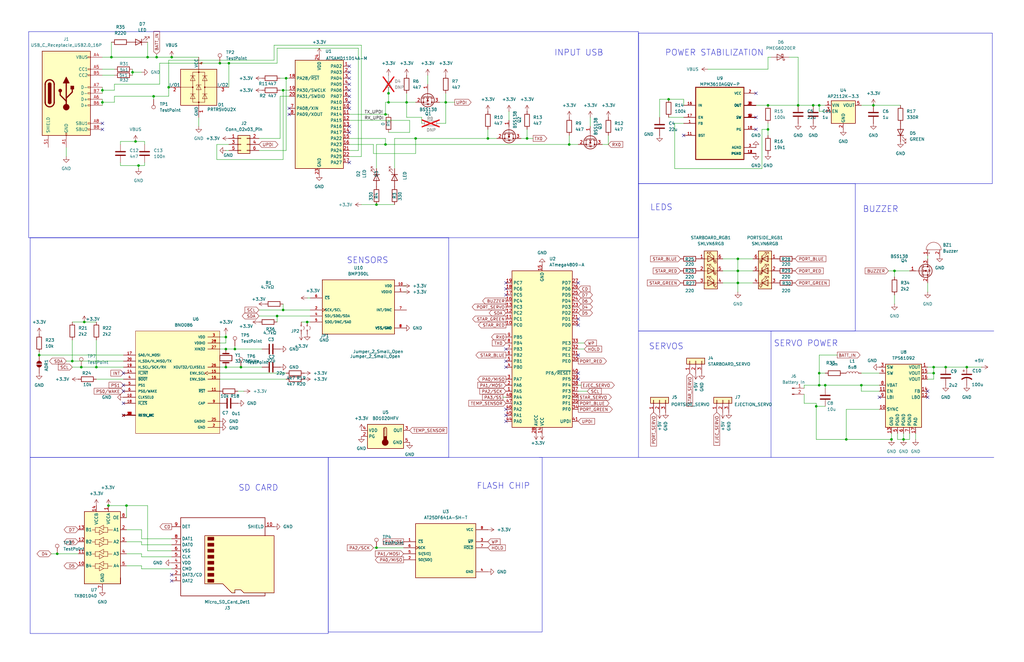
<source format=kicad_sch>
(kicad_sch (version 20231120) (generator "eeschema") (generator_version "8.0")
  (paper "USLedger")
  (junction (at 162.56 48.26))
  (junction (at 345.44 157.48))
  (junction (at 71.12 36.83))
  (junction (at 323.85 54.61))
  (junction (at 43.18 43.18))
  (junction (at 46.99 24.13))
  (junction (at 58.42 69.85))
  (junction (at 368.3 44.45))
  (junction (at 101.6 154.94))
  (junction (at 171.45 43.18))
  (junction (at 356.87 185.42))
  (junction (at 240.03 60.96))
  (junction (at 24.13 233.68))
  (junction (at 345.44 162.56))
  (junction (at 162.56 60.96))
  (junction (at 205.74 58.42))
  (junction (at 311.15 114.3))
  (junction (at 222.25 58.42))
  (junction (at 40.64 154.94))
  (junction (at 381 185.42))
  (junction (at 119.38 130.81))
  (junction (at 55.88 30.48))
  (junction (at 344.17 171.45))
  (junction (at 120.65 33.02))
  (junction (at 129.54 135.89))
  (junction (at 163.83 43.18))
  (junction (at 66.04 24.13))
  (junction (at 45.72 213.36))
  (junction (at 92.71 26.67))
  (junction (at 34.29 154.94))
  (junction (at 96.52 26.67))
  (junction (at 336.55 44.45))
  (junction (at 43.18 38.1))
  (junction (at 95.25 147.32))
  (junction (at 311.15 119.38))
  (junction (at 16.51 149.86))
  (junction (at 158.75 231.14))
  (junction (at 53.34 213.36))
  (junction (at 281.94 41.91))
  (junction (at 398.78 154.94))
  (junction (at 95.25 154.94))
  (junction (at 393.7 157.48))
  (junction (at 95.25 142.24))
  (junction (at 35.56 135.89))
  (junction (at 187.96 43.18))
  (junction (at 72.39 24.13))
  (junction (at 30.48 152.4))
  (junction (at 116.84 133.35))
  (junction (at 175.26 58.42))
  (junction (at 99.06 147.32))
  (junction (at 57.15 59.69))
  (junction (at 64.77 40.64))
  (junction (at 342.9 44.45))
  (junction (at 62.23 24.13))
  (junction (at 393.7 154.94))
  (junction (at 377.19 114.3))
  (junction (at 375.92 185.42))
  (junction (at 347.98 162.56))
  (junction (at 345.44 44.45))
  (junction (at 158.75 86.36))
  (junction (at 363.22 162.56))
  (junction (at 323.85 44.45))
  (junction (at 163.83 39.37))
  (junction (at 407.67 154.94))
  (junction (at 119.38 38.1))
  (junction (at 311.15 109.22))
  (no_connect (at 243.84 137.16))
  (no_connect (at 52.07 162.56))
  (no_connect (at 147.32 55.88))
  (no_connect (at 213.36 154.94))
  (no_connect (at 391.16 165.1))
  (no_connect (at 391.16 167.64))
  (no_connect (at 52.07 157.48))
  (no_connect (at 147.32 33.02))
  (no_connect (at 147.32 53.34))
  (no_connect (at 147.32 27.94))
  (no_connect (at 147.32 40.64))
  (no_connect (at 147.32 38.1))
  (no_connect (at 121.92 48.26))
  (no_connect (at 318.77 54.61))
  (no_connect (at 213.36 177.8))
  (no_connect (at 288.29 57.15))
  (no_connect (at 147.32 43.18))
  (no_connect (at 43.18 54.61))
  (no_connect (at 147.32 30.48))
  (no_connect (at 243.84 149.86))
  (no_connect (at 243.84 160.02))
  (no_connect (at 121.92 45.72))
  (no_connect (at 213.36 152.4))
  (no_connect (at 52.07 175.26))
  (no_connect (at 52.07 170.18))
  (no_connect (at 370.84 167.64))
  (no_connect (at 213.36 172.72))
  (no_connect (at 213.36 175.26))
  (no_connect (at 243.84 134.62))
  (no_connect (at 72.39 242.57))
  (no_connect (at 147.32 68.58))
  (no_connect (at 72.39 245.11))
  (no_connect (at 213.36 124.46))
  (no_connect (at 147.32 45.72))
  (no_connect (at 213.36 119.38))
  (no_connect (at 147.32 35.56))
  (no_connect (at 213.36 147.32))
  (no_connect (at 243.84 157.48))
  (no_connect (at 243.84 119.38))
  (no_connect (at 43.18 52.07))
  (no_connect (at 318.77 39.37))
  (no_connect (at 52.07 165.1))
  (no_connect (at 213.36 121.92))
  (no_connect (at 318.77 49.53))
  (wire (pts (xy 311.15 123.19) (xy 311.15 119.38)))
  (wire (pts (xy 53.34 213.36) (xy 62.23 213.36)))
  (wire (pts (xy 162.56 58.42) (xy 162.56 60.96)))
  (wire (pts (xy 386.08 185.42) (xy 386.08 182.88)))
  (wire (pts (xy 83.82 49.53) (xy 83.82 53.34)))
  (wire (pts (xy 398.78 154.94) (xy 407.67 154.94)))
  (wire (pts (xy 99.06 146.05) (xy 99.06 147.32)))
  (wire (pts (xy 50.8 69.85) (xy 58.42 69.85)))
  (wire (pts (xy 92.71 144.78) (xy 95.25 144.78)))
  (wire (pts (xy 72.39 24.13) (xy 83.82 24.13)))
  (wire (pts (xy 71.12 25.4) (xy 115.57 25.4)))
  (wire (pts (xy 345.44 162.56) (xy 347.98 162.56)))
  (wire (pts (xy 57.15 59.69) (xy 60.96 59.69)))
  (wire (pts (xy 120.65 33.02) (xy 118.11 33.02)))
  (wire (pts (xy 147.32 48.26) (xy 162.56 48.26)))
  (wire (pts (xy 118.11 40.64) (xy 121.92 40.64)))
  (wire (pts (xy 377.19 114.3) (xy 383.54 114.3)))
  (wire (pts (xy 311.15 109.22) (xy 317.5 109.22)))
  (wire (pts (xy 284.48 52.07) (xy 284.48 71.12)))
  (wire (pts (xy 43.18 36.83) (xy 43.18 38.1)))
  (wire (pts (xy 256.54 60.96) (xy 254 60.96)))
  (wire (pts (xy 92.71 26.67) (xy 96.52 26.67)))
  (wire (pts (xy 116.84 26.67) (xy 116.84 20.32)))
  (wire (pts (xy 187.96 43.18) (xy 185.42 43.18)))
  (wire (pts (xy 356.87 172.72) (xy 370.84 172.72)))
  (wire (pts (xy 240.03 60.96) (xy 243.84 60.96)))
  (polyline (pts (xy 325.12 193.04) (xy 325.12 139.7)))
  (wire (pts (xy 101.6 154.94) (xy 110.49 154.94)))
  (wire (pts (xy 109.22 63.5) (xy 120.65 63.5)))
  (wire (pts (xy 393.7 160.02) (xy 393.7 157.48)))
  (wire (pts (xy 212.09 167.64) (xy 213.36 167.64)))
  (wire (pts (xy 171.45 123.19) (xy 170.18 123.19)))
  (wire (pts (xy 43.18 43.18) (xy 48.26 43.18)))
  (wire (pts (xy 92.71 147.32) (xy 95.25 147.32)))
  (wire (pts (xy 66.04 24.13) (xy 72.39 24.13)))
  (wire (pts (xy 363.22 44.45) (xy 368.3 44.45)))
  (wire (pts (xy 304.8 114.3) (xy 311.15 114.3)))
  (wire (pts (xy 40.64 160.02) (xy 52.07 160.02)))
  (wire (pts (xy 281.94 49.53) (xy 288.29 49.53)))
  (wire (pts (xy 163.83 43.18) (xy 171.45 43.18)))
  (wire (pts (xy 27.94 66.04) (xy 27.94 62.23)))
  (wire (pts (xy 166.37 58.42) (xy 175.26 58.42)))
  (wire (pts (xy 115.57 19.05) (xy 152.4 19.05)))
  (wire (pts (xy 100.33 165.1) (xy 102.87 165.1)))
  (wire (pts (xy 374.65 114.3) (xy 377.19 114.3)))
  (wire (pts (xy 391.16 107.95) (xy 391.16 109.22)))
  (wire (pts (xy 311.15 114.3) (xy 311.15 109.22)))
  (wire (pts (xy 205.74 58.42) (xy 209.55 58.42)))
  (wire (pts (xy 43.18 38.1) (xy 43.18 39.37)))
  (wire (pts (xy 318.77 44.45) (xy 323.85 44.45)))
  (wire (pts (xy 62.23 213.36) (xy 62.23 232.41)))
  (wire (pts (xy 323.85 24.13) (xy 325.12 24.13)))
  (wire (pts (xy 345.44 157.48) (xy 347.98 157.48)))
  (wire (pts (xy 323.85 44.45) (xy 336.55 44.45)))
  (wire (pts (xy 381 182.88) (xy 381 185.42)))
  (wire (pts (xy 163.83 39.37) (xy 163.83 43.18)))
  (wire (pts (xy 27.94 152.4) (xy 30.48 152.4)))
  (wire (pts (xy 60.96 69.85) (xy 60.96 68.58)))
  (wire (pts (xy 92.71 154.94) (xy 95.25 154.94)))
  (wire (pts (xy 91.44 60.96) (xy 96.52 60.96)))
  (wire (pts (xy 171.45 43.18) (xy 175.26 43.18)))
  (wire (pts (xy 43.18 43.18) (xy 43.18 44.45)))
  (wire (pts (xy 332.74 24.13) (xy 336.55 24.13)))
  (wire (pts (xy 127 135.89) (xy 129.54 135.89)))
  (wire (pts (xy 391.16 157.48) (xy 393.7 157.48)))
  (wire (pts (xy 59.69 228.6) (xy 53.34 228.6)))
  (wire (pts (xy 62.23 24.13) (xy 66.04 24.13)))
  (wire (pts (xy 304.8 119.38) (xy 311.15 119.38)))
  (wire (pts (xy 95.25 144.78) (xy 95.25 142.24)))
  (wire (pts (xy 158.75 86.36) (xy 166.37 86.36)))
  (wire (pts (xy 347.98 162.56) (xy 347.98 163.83)))
  (wire (pts (xy 157.48 64.77) (xy 175.26 64.77)))
  (wire (pts (xy 345.44 149.86) (xy 345.44 157.48)))
  (wire (pts (xy 245.11 162.56) (xy 243.84 162.56)))
  (wire (pts (xy 30.48 143.51) (xy 30.48 152.4)))
  (wire (pts (xy 152.4 86.36) (xy 158.75 86.36)))
  (wire (pts (xy 92.71 160.02) (xy 120.65 160.02)))
  (wire (pts (xy 278.13 41.91) (xy 281.94 41.91)))
  (wire (pts (xy 30.48 152.4) (xy 52.07 152.4)))
  (wire (pts (xy 162.56 60.96) (xy 240.03 60.96)))
  (wire (pts (xy 321.31 54.61) (xy 323.85 54.61)))
  (wire (pts (xy 336.55 44.45) (xy 342.9 44.45)))
  (wire (pts (xy 323.85 29.21) (xy 298.45 29.21)))
  (wire (pts (xy 109.22 58.42) (xy 118.11 58.42)))
  (wire (pts (xy 55.88 29.21) (xy 55.88 30.48)))
  (wire (pts (xy 48.26 38.1) (xy 43.18 38.1)))
  (wire (pts (xy 147.32 60.96) (xy 157.48 60.96)))
  (wire (pts (xy 116.84 133.35) (xy 130.81 133.35)))
  (wire (pts (xy 24.13 233.68) (xy 33.02 233.68)))
  (wire (pts (xy 163.83 36.83) (xy 163.83 39.37)))
  (wire (pts (xy 175.26 64.77) (xy 175.26 58.42)))
  (wire (pts (xy 281.94 41.91) (xy 288.29 41.91)))
  (wire (pts (xy 383.54 185.42) (xy 383.54 182.88)))
  (wire (pts (xy 344.17 171.45) (xy 344.17 170.18)))
  (wire (pts (xy 59.69 238.76) (xy 53.34 238.76)))
  (wire (pts (xy 116.84 20.32) (xy 151.13 20.32)))
  (wire (pts (xy 43.18 31.75) (xy 48.26 31.75)))
  (wire (pts (xy 311.15 114.3) (xy 317.5 114.3)))
  (wire (pts (xy 344.17 185.42) (xy 356.87 185.42)))
  (wire (pts (xy 119.38 130.81) (xy 130.81 130.81)))
  (wire (pts (xy 53.34 213.36) (xy 53.34 218.44)))
  (wire (pts (xy 162.56 48.26) (xy 162.56 43.18)))
  (wire (pts (xy 353.06 149.86) (xy 345.44 149.86)))
  (wire (pts (xy 59.69 234.95) (xy 59.69 233.68)))
  (wire (pts (xy 344.17 171.45) (xy 347.98 171.45)))
  (wire (pts (xy 59.69 233.68) (xy 53.34 233.68)))
  (wire (pts (xy 64.77 41.91) (xy 64.77 40.64)))
  (wire (pts (xy 222.25 58.42) (xy 224.79 58.42)))
  (wire (pts (xy 363.22 162.56) (xy 363.22 165.1)))
  (wire (pts (xy 345.44 46.99) (xy 347.98 46.99)))
  (wire (pts (xy 151.13 20.32) (xy 151.13 63.5)))
  (wire (pts (xy 43.18 41.91) (xy 43.18 43.18)))
  (wire (pts (xy 96.52 26.67) (xy 96.52 36.83)))
  (wire (pts (xy 50.8 60.96) (xy 50.8 59.69)))
  (wire (pts (xy 311.15 109.22) (xy 304.8 109.22)))
  (wire (pts (xy 35.56 135.89) (xy 40.64 135.89)))
  (wire (pts (xy 356.87 185.42) (xy 375.92 185.42)))
  (wire (pts (xy 67.31 26.67) (xy 92.71 26.67)))
  (wire (pts (xy 342.9 44.45) (xy 345.44 44.45)))
  (wire (pts (xy 191.77 43.18) (xy 187.96 43.18)))
  (wire (pts (xy 109.22 130.81) (xy 119.38 130.81)))
  (wire (pts (xy 243.84 144.78) (xy 246.38 144.78)))
  (polyline (pts (xy 269.24 193.04) (xy 269.24 139.7)))
  (wire (pts (xy 248.92 49.53) (xy 248.92 53.34)))
  (wire (pts (xy 172.72 50.8) (xy 172.72 55.88)))
  (wire (pts (xy 321.31 71.12) (xy 321.31 54.61)))
  (wire (pts (xy 58.42 69.85) (xy 60.96 69.85)))
  (wire (pts (xy 62.23 232.41) (xy 72.39 232.41)))
  (wire (pts (xy 407.67 154.94) (xy 414.02 154.94)))
  (wire (pts (xy 40.64 143.51) (xy 40.64 154.94)))
  (wire (pts (xy 171.45 39.37) (xy 171.45 43.18)))
  (wire (pts (xy 347.98 162.56) (xy 363.22 162.56)))
  (wire (pts (xy 185.42 52.07) (xy 187.96 52.07)))
  (wire (pts (xy 95.25 154.94) (xy 101.6 154.94)))
  (wire (pts (xy 52.07 149.86) (xy 16.51 149.86)))
  (wire (pts (xy 55.88 30.48) (xy 59.69 30.48)))
  (wire (pts (xy 363.22 162.56) (xy 370.84 162.56)))
  (wire (pts (xy 278.13 49.53) (xy 278.13 41.91)))
  (wire (pts (xy 115.57 25.4) (xy 115.57 19.05)))
  (wire (pts (xy 118.11 58.42) (xy 118.11 40.64)))
  (wire (pts (xy 240.03 57.15) (xy 240.03 60.96)))
  (wire (pts (xy 109.22 133.35) (xy 116.84 133.35)))
  (wire (pts (xy 166.37 58.42) (xy 166.37 71.12)))
  (wire (pts (xy 171.45 138.43) (xy 170.18 138.43)))
  (wire (pts (xy 171.45 49.53) (xy 177.8 49.53)))
  (wire (pts (xy 162.56 48.26) (xy 163.83 48.26)))
  (wire (pts (xy 50.8 68.58) (xy 50.8 69.85)))
  (wire (pts (xy 43.18 29.21) (xy 48.26 29.21)))
  (wire (pts (xy 158.75 60.96) (xy 158.75 71.12)))
  (wire (pts (xy 152.4 66.04) (xy 147.32 66.04)))
  (wire (pts (xy 247.65 165.1) (xy 243.84 165.1)))
  (wire (pts (xy 393.7 157.48) (xy 393.7 154.94)))
  (wire (pts (xy 91.44 67.31) (xy 91.44 60.96)))
  (wire (pts (xy 323.85 24.13) (xy 323.85 29.21)))
  (wire (pts (xy 67.31 35.56) (xy 67.31 26.67)))
  (wire (pts (xy 175.26 58.42) (xy 205.74 58.42)))
  (wire (pts (xy 59.69 229.87) (xy 72.39 229.87)))
  (wire (pts (xy 222.25 54.61) (xy 222.25 58.42)))
  (wire (pts (xy 118.11 38.1) (xy 119.38 38.1)))
  (wire (pts (xy 356.87 172.72) (xy 356.87 185.42)))
  (wire (pts (xy 71.12 36.83) (xy 71.12 25.4)))
  (wire (pts (xy 378.46 185.42) (xy 381 185.42)))
  (wire (pts (xy 205.74 54.61) (xy 205.74 58.42)))
  (wire (pts (xy 157.48 60.96) (xy 157.48 64.77)))
  (wire (pts (xy 59.69 227.33) (xy 59.69 223.52)))
  (wire (pts (xy 171.45 43.18) (xy 171.45 49.53)))
  (wire (pts (xy 339.09 166.37) (xy 339.09 170.18)))
  (wire (pts (xy 116.84 133.35) (xy 116.84 135.89)))
  (wire (pts (xy 162.56 43.18) (xy 163.83 43.18)))
  (wire (pts (xy 177.8 49.53) (xy 177.8 52.07)))
  (wire (pts (xy 311.15 119.38) (xy 311.15 114.3)))
  (wire (pts (xy 323.85 54.61) (xy 323.85 57.15)))
  (wire (pts (xy 344.17 171.45) (xy 344.17 185.42)))
  (wire (pts (xy 339.09 162.56) (xy 339.09 163.83)))
  (wire (pts (xy 311.15 119.38) (xy 317.5 119.38)))
  (wire (pts (xy 95.25 142.24) (xy 95.25 140.97)))
  (wire (pts (xy 30.48 154.94) (xy 34.29 154.94)))
  (wire (pts (xy 96.52 26.67) (xy 116.84 26.67)))
  (wire (pts (xy 243.84 147.32) (xy 246.38 147.32)))
  (wire (pts (xy 381 185.42) (xy 383.54 185.42)))
  (wire (pts (xy 288.29 52.07) (xy 284.48 52.07)))
  (wire (pts (xy 59.69 223.52) (xy 53.34 223.52)))
  (wire (pts (xy 378.46 182.88) (xy 378.46 185.42)))
  (wire (pts (xy 21.59 233.68) (xy 24.13 233.68)))
  (wire (pts (xy 119.38 67.31) (xy 91.44 67.31)))
  (wire (pts (xy 180.34 31.75) (xy 180.34 35.56)))
  (wire (pts (xy 147.32 58.42) (xy 162.56 58.42)))
  (wire (pts (xy 48.26 35.56) (xy 48.26 38.1)))
  (wire (pts (xy 59.69 229.87) (xy 59.69 228.6)))
  (wire (pts (xy 368.3 44.45) (xy 379.73 44.45)))
  (wire (pts (xy 30.48 135.89) (xy 35.56 135.89)))
  (wire (pts (xy 50.8 59.69) (xy 57.15 59.69)))
  (wire (pts (xy 34.29 154.94) (xy 40.64 154.94)))
  (wire (pts (xy 363.22 165.1) (xy 370.84 165.1)))
  (wire (pts (xy 391.16 160.02) (xy 393.7 160.02)))
  (wire (pts (xy 284.48 71.12) (xy 321.31 71.12)))
  (wire (pts (xy 151.13 63.5) (xy 147.32 63.5)))
  (wire (pts (xy 48.26 35.56) (xy 67.31 35.56)))
  (wire (pts (xy 377.19 114.3) (xy 377.19 116.84)))
  (wire (pts (xy 375.92 185.42) (xy 375.92 182.88)))
  (wire (pts (xy 130.81 135.89) (xy 129.54 135.89)))
  (wire (pts (xy 288.29 41.91) (xy 288.29 44.45)))
  (wire (pts (xy 99.06 147.32) (xy 110.49 147.32)))
  (wire (pts (xy 345.44 157.48) (xy 345.44 162.56)))
  (wire (pts (xy 62.23 17.78) (xy 62.23 24.13)))
  (wire (pts (xy 46.99 24.13) (xy 62.23 24.13)))
  (wire (pts (xy 46.99 17.78) (xy 46.99 24.13)))
  (wire (pts (xy 43.18 24.13) (xy 46.99 24.13)))
  (wire (pts (xy 256.54 57.15) (xy 256.54 60.96)))
  (wire (pts (xy 16.51 149.86) (xy 16.51 148.59)))
  (wire (pts (xy 152.4 19.05) (xy 152.4 66.04)))
  (polyline (pts (xy 227.33 193.04) (xy 419.1 193.04)))
  (wire (pts (xy 214.63 46.99) (xy 214.63 50.8)))
  (wire (pts (xy 96.52 63.5) (xy 95.25 63.5)))
  (wire (pts (xy 95.25 147.32) (xy 99.06 147.32)))
  (wire (pts (xy 336.55 24.13) (xy 336.55 44.45)))
  (wire (pts (xy 187.96 52.07) (xy 187.96 43.18)))
  (wire (pts (xy 66.04 22.86) (xy 66.04 24.13)))
  (wire (pts (xy 92.71 142.24) (xy 95.25 142.24)))
  (wire (pts (xy 187.96 39.37) (xy 187.96 43.18)))
  (wire (pts (xy 121.92 33.02) (xy 120.65 33.02)))
  (wire (pts (xy 59.69 240.03) (xy 59.69 238.76)))
  (wire (pts (xy 45.72 213.36) (xy 53.34 213.36)))
  (wire (pts (xy 323.85 52.07) (xy 323.85 54.61)))
  (wire (pts (xy 119.38 38.1) (xy 119.38 67.31)))
  (wire (pts (xy 48.26 40.64) (xy 48.26 43.18)))
  (wire (pts (xy 120.65 63.5) (xy 120.65 33.02)))
  (wire (pts (xy 345.44 44.45) (xy 345.44 46.99)))
  (wire (pts (xy 64.77 40.64) (xy 71.12 40.64)))
  (wire (pts (xy 391.16 119.38) (xy 391.16 123.19)))
  (wire (pts (xy 130.81 125.73) (xy 129.54 125.73)))
  (wire (pts (xy 222.25 58.42) (xy 219.71 58.42)))
  (wire (pts (xy 71.12 40.64) (xy 71.12 36.83)))
  (wire (pts (xy 158.75 60.96) (xy 162.56 60.96)))
  (wire (pts (xy 40.64 154.94) (xy 52.07 154.94)))
  (wire (pts (xy 119.38 38.1) (xy 121.92 38.1)))
  (wire (pts (xy 119.38 128.27) (xy 119.38 130.81)))
  (wire (pts (xy 55.88 30.48) (xy 55.88 31.75)))
  (wire (pts (xy 363.22 157.48) (xy 370.84 157.48)))
  (wire (pts (xy 158.75 231.14) (xy 170.18 231.14)))
  (wire (pts (xy 339.09 170.18) (xy 344.17 170.18)))
  (wire (pts (xy 393.7 154.94) (xy 398.78 154.94)))
  (wire (pts (xy 147.32 50.8) (xy 172.72 50.8)))
  (wire (pts (xy 377.19 124.46) (xy 377.19 128.27)))
  (wire (pts (xy 60.96 59.69) (xy 60.96 60.96)))
  (wire (pts (xy 48.26 40.64) (xy 64.77 40.64)))
  (wire (pts (xy 171.45 120.65) (xy 170.18 120.65)))
  (wire (pts (xy 58.42 69.85) (xy 58.42 71.12)))
  (wire (pts (xy 391.16 154.94) (xy 393.7 154.94)))
  (wire (pts (xy 172.72 55.88) (xy 163.83 55.88)))
  (polyline (pts (xy 269.24 139.7) (xy 419.1 139.7)))
  (wire (pts (xy 59.69 234.95) (xy 72.39 234.95)))
  (wire (pts (xy 339.09 162.56) (xy 345.44 162.56)))
  (wire (pts (xy 345.44 44.45) (xy 347.98 44.45)))
  (wire (pts (xy 157.48 231.14) (xy 158.75 231.14)))
  (wire (pts (xy 72.39 240.03) (xy 59.69 240.03)))
  (wire (pts (xy 59.69 227.33) (xy 72.39 227.33)))
  (wire (pts (xy 92.71 157.48) (xy 120.65 157.48)))
  (rectangle (start 12.065 13.335) (end 269.24 100.33))
  (rectangle (start 12.7 100.33) (end 189.23 193.04))
  (rectangle (start 138.43 193.04) (end 228.6 266.7))
  (rectangle (start 12.7 193.04) (end 138.43 267.335))
  (rectangle (start 269.24 13.97) (end 418.465 77.47))
  (rectangle (start 269.24 77.47) (end 360.68 139.7))
  (text "SD CARD\n" (at 108.966 205.994 0) (effects (font (size 2.54 2.54))))
  (text "INPUT USB" (at 244.094 22.352 0) (effects (font (size 2.54 2.54))))
  (text "BUZZER\n" (at 371.348 88.392 0) (effects (font (size 2.54 2.54))))
  (text "POWER STABILIZATION" (at 301.244 22.352 0) (effects (font (size 2.54 2.54))))
  (text "FLASH CHIP\n" (at 212.2747 205.1733 0) (effects (font (size 2.54 2.54))))
  (text "SENSORS " (at 155.956 109.982 0) (effects (font (size 2.54 2.54))))
  (text "SERVOS\n" (at 280.924 146.304 0) (effects (font (size 2.54 2.54))))
  (text "LEDS\n" (at 278.892 87.63 0) (effects (font (size 2.54 2.54))))
  (text "SERVO POWER\n\n" (at 339.852 147.066 0) (effects (font (size 2.54 2.54))))
  (label "RX_UPDI" (at 153.67 50.8 0))
  (label "TX_UPDI" (at 153.67 48.26 0))
  (global_label "EJEC_SERVO" (shape output) (at 245.11 162.56 0) (property "Intersheetrefs" "${INTERSHEET_REFS}" (effects (hide yes))))
  (global_label "SDA" (shape bidirectional) (at 27.94 152.4 180) (property "Intersheetrefs" "${INTERSHEET_REFS}" (effects (hide yes))))
  (global_label "TX0" (shape input) (at 213.36 144.78 180) (property "Intersheetrefs" "${INTERSHEET_REFS}" (effects (hide yes))))
  (global_label "RX0" (shape input) (at 256.54 60.96 0) (property "Intersheetrefs" "${INTERSHEET_REFS}" (effects (hide yes))))
  (global_label "BUZZER" (shape input) (at 374.65 114.3 180) (property "Intersheetrefs" "${INTERSHEET_REFS}" (effects (hide yes))))
  (global_label "STAR_RED" (shape input) (at 287.02 114.3 180) (property "Intersheetrefs" "${INTERSHEET_REFS}" (effects (hide yes))))
  (global_label "TX0" (shape output) (at 224.79 58.42 0) (property "Intersheetrefs" "${INTERSHEET_REFS}" (effects (hide yes))))
  (global_label "BATT_IN" (shape input) (at 66.04 22.86 90) (property "Intersheetrefs" "${INTERSHEET_REFS}" (effects (hide yes))))
  (global_label "STAR_GREEN" (shape output) (at 213.36 134.62 180) (property "Intersheetrefs" "${INTERSHEET_REFS}" (effects (hide yes))))
  (global_label "PORT_BLUE" (shape output) (at 243.84 170.18 0) (property "Intersheetrefs" "${INTERSHEET_REFS}" (effects (hide yes))))
  (global_label "CD" (shape output) (at 72.39 222.25 180) (property "Intersheetrefs" "${INTERSHEET_REFS}" (effects (hide yes))))
  (global_label "UPDI" (shape input) (at 243.84 177.8 0) (property "Intersheetrefs" "${INTERSHEET_REFS}" (effects (hide yes))))
  (global_label "PA0{slash}MISO" (shape output) (at 213.36 160.02 180) (property "Intersheetrefs" "${INTERSHEET_REFS}" (effects (hide yes))))
  (global_label "SCL" (shape input) (at 30.48 154.94 180) (property "Intersheetrefs" "${INTERSHEET_REFS}" (effects (hide yes))))
  (global_label "PORT_SERVO" (shape input) (at 275.59 173.99 270) (property "Intersheetrefs" "${INTERSHEET_REFS}" (effects (hide yes))))
  (global_label "D4" (shape bidirectional) (at 21.59 233.68 180) (property "Intersheetrefs" "${INTERSHEET_REFS}" (effects (hide yes))))
  (global_label "PA2{slash}SCK" (shape input) (at 213.36 165.1 180) (property "Intersheetrefs" "${INTERSHEET_REFS}" (effects (hide yes))))
  (global_label "D6" (shape bidirectional) (at 243.84 127 0) (property "Intersheetrefs" "${INTERSHEET_REFS}" (effects (hide yes))))
  (global_label "D5" (shape bidirectional) (at 33.02 238.76 180) (property "Intersheetrefs" "${INTERSHEET_REFS}" (effects (hide yes))))
  (global_label "CD" (shape input) (at 243.84 121.92 0) (property "Intersheetrefs" "${INTERSHEET_REFS}" (effects (hide yes))))
  (global_label "PORT_RED" (shape output) (at 243.84 152.4 0) (property "Intersheetrefs" "${INTERSHEET_REFS}" (effects (hide yes))))
  (global_label "STAR_BLUE" (shape input) (at 287.02 109.22 180) (property "Intersheetrefs" "${INTERSHEET_REFS}" (effects (hide yes))))
  (global_label "WP" (shape input) (at 246.38 144.78 0) (property "Intersheetrefs" "${INTERSHEET_REFS}" (effects (hide yes))))
  (global_label "RX0" (shape output) (at 213.36 142.24 180) (property "Intersheetrefs" "${INTERSHEET_REFS}" (effects (hide yes))))
  (global_label "BATT_IN" (shape output) (at 353.06 149.86 0) (property "Intersheetrefs" "${INTERSHEET_REFS}" (effects (hide yes))))
  (global_label "INT" (shape input) (at 52.07 157.48 180) (property "Intersheetrefs" "${INTERSHEET_REFS}" (effects (hide yes))))
  (global_label "PA1{slash}MOSI" (shape input) (at 170.18 233.68 180) (property "Intersheetrefs" "${INTERSHEET_REFS}" (effects (hide yes))))
  (global_label "D7" (shape bidirectional) (at 243.84 124.46 0) (property "Intersheetrefs" "${INTERSHEET_REFS}" (effects (hide yes))))
  (global_label "STAR_RED" (shape output) (at 213.36 137.16 180) (property "Intersheetrefs" "${INTERSHEET_REFS}" (effects (hide yes))))
  (global_label "UPDI" (shape bidirectional) (at 109.22 60.96 0) (property "Intersheetrefs" "${INTERSHEET_REFS}" (effects (hide yes))))
  (global_label "PORT_GREEN" (shape input) (at 335.28 119.38 0) (property "Intersheetrefs" "${INTERSHEET_REFS}" (effects (hide yes))))
  (global_label "PA2{slash}SCK" (shape input) (at 157.48 231.14 180) (property "Intersheetrefs" "${INTERSHEET_REFS}" (effects (hide yes))))
  (global_label "PORT_BLUE" (shape input) (at 335.28 109.22 0) (property "Intersheetrefs" "${INTERSHEET_REFS}" (effects (hide yes))))
  (global_label "TEMP_SENSOR" (shape input) (at 172.72 181.61 0) (property "Intersheetrefs" "${INTERSHEET_REFS}" (effects (hide yes))))
  (global_label "STAR_GREEN" (shape input) (at 287.02 119.38 180) (property "Intersheetrefs" "${INTERSHEET_REFS}" (effects (hide yes))))
  (global_label "PA0{slash}MISO" (shape output) (at 170.18 236.22 180) (property "Intersheetrefs" "${INTERSHEET_REFS}" (effects (hide yes))))
  (global_label "SCL" (shape input) (at 247.65 165.1 0) (property "Intersheetrefs" "${INTERSHEET_REFS}" (effects (hide yes))))
  (global_label "D6" (shape bidirectional) (at 33.02 228.6 180) (property "Intersheetrefs" "${INTERSHEET_REFS}" (effects (hide yes))))
  (global_label "D4" (shape bidirectional) (at 243.84 129.54 0) (property "Intersheetrefs" "${INTERSHEET_REFS}" (effects (hide yes))))
  (global_label "BUZZER" (shape output) (at 213.36 127 180) (property "Intersheetrefs" "${INTERSHEET_REFS}" (effects (hide yes))))
  (global_label "STAR_SERVO" (shape input) (at 290.83 157.48 270) (property "Intersheetrefs" "${INTERSHEET_REFS}" (effects (hide yes))))
  (global_label "PA1{slash}MOSI" (shape input) (at 213.36 162.56 180) (property "Intersheetrefs" "${INTERSHEET_REFS}" (effects (hide yes))))
  (global_label "PORT_SERVO" (shape output) (at 213.36 129.54 180) (property "Intersheetrefs" "${INTERSHEET_REFS}" (effects (hide yes))))
  (global_label "EJEC_SERVO" (shape input) (at 302.26 173.99 270) (property "Intersheetrefs" "${INTERSHEET_REFS}" (effects (hide yes))))
  (global_label "WP" (shape input) (at 205.74 228.6 0) (property "Intersheetrefs" "${INTERSHEET_REFS}" (effects (hide yes))))
  (global_label "SDA" (shape bidirectional) (at 213.36 132.08 180) (property "Intersheetrefs" "${INTERSHEET_REFS}" (effects (hide yes))))
  (global_label "D7" (shape bidirectional) (at 33.02 223.52 180) (property "Intersheetrefs" "${INTERSHEET_REFS}" (effects (hide yes))))
  (global_label "PS0{slash}WAKE" (shape input) (at 52.07 165.1 180) (property "Intersheetrefs" "${INTERSHEET_REFS}" (effects (hide yes))))
  (global_label "SDA" (shape bidirectional) (at 109.22 133.35 180) (property "Intersheetrefs" "${INTERSHEET_REFS}" (effects (hide yes))))
  (global_label "SCL" (shape input) (at 109.22 130.81 180) (property "Intersheetrefs" "${INTERSHEET_REFS}" (effects (hide yes))))
  (global_label "TEMP_SENSOR" (shape input) (at 213.36 170.18 180) (property "Intersheetrefs" "${INTERSHEET_REFS}" (effects (hide yes))))
  (global_label "UPDI" (shape output) (at 191.77 43.18 0) (property "Intersheetrefs" "${INTERSHEET_REFS}" (effects (hide yes))))
  (global_label "HOLD" (shape input) (at 246.38 147.32 0) (property "Intersheetrefs" "${INTERSHEET_REFS}" (effects (hide yes))))
  (global_label "D5" (shape bidirectional) (at 243.84 132.08 0) (property "Intersheetrefs" "${INTERSHEET_REFS}" (effects (hide yes))))
  (global_label "PORT_RED" (shape input) (at 335.28 114.3 0) (property "Intersheetrefs" "${INTERSHEET_REFS}" (effects (hide yes))))
  (global_label "PA3{slash}SS" (shape passive) (at 170.18 228.6 180) (property "Intersheetrefs" "${INTERSHEET_REFS}" (effects (hide yes))))
  (global_label "PS1" (shape input) (at 52.07 162.56 180) (property "Intersheetrefs" "${INTERSHEET_REFS}" (effects (hide yes))))
  (global_label "STAR_BLUE" (shape output) (at 213.36 149.86 180) (property "Intersheetrefs" "${INTERSHEET_REFS}" (effects (hide yes))))
  (global_label "PORT_GREEN" (shape output) (at 243.84 172.72 0) (property "Intersheetrefs" "${INTERSHEET_REFS}" (effects (hide yes))))
  (global_label "PA3{slash}SS" (shape passive) (at 212.09 167.64 180) (property "Intersheetrefs" "${INTERSHEET_REFS}" (effects (hide yes))))
  (global_label "STAR_SERVO" (shape output) (at 243.84 167.64 0) (property "Intersheetrefs" "${INTERSHEET_REFS}" (effects (hide yes))))
  (global_label "HOLD" (shape input) (at 205.74 231.14 0) (property "Intersheetrefs" "${INTERSHEET_REFS}" (effects (hide yes))))
  (symbol (lib_id "power:GND") (at 172.72 186.69 0) (unit 1)
    (property "Reference" "#PWR075" (effects (hide yes)))
    (property "Value" "GND" (at 172.72 191.77 0))
    (property "Description" "Power symbol creates a global label with name \"GND\" , ground" (effects (hide yes)))
  )
  (symbol (lib_id "power:GND") (at 152.4 184.15 0) (unit 1)
    (property "Reference" "#PWR024" (effects (hide yes)))
    (property "Value" "GND" (at 152.4 189.23 0))
    (property "Description" "Power symbol creates a global label with name \"GND\" , ground" (effects (hide yes)))
  )
  (symbol (lib_id "Device:R") (at 96.52 165.1 90) (unit 1)
    (property "Reference" "R18" (at 99.06 167.132 90))
    (property "Value" "10k" (at 94.742 167.132 90))
    (property "Footprint" "Resistor_SMD:R_0402_1005Metric" (effects (hide yes)))
    (property "Description" "Resistor" (effects (hide yes)))
  )
  (symbol (lib_id "Device:R") (at 115.57 128.27 90) (unit 1)
    (property "Reference" "R1" (at 113.284 119.38 90))
    (property "Value" "4.7kΩ" (at 112.776 121.158 90))
    (property "Footprint" "Resistor_SMD:R_0402_1005Metric" (effects (hide yes)))
    (property "Description" "Resistor" (effects (hide yes)))
  )
  (symbol (lib_id "Connector:TestPoint") (at 24.13 233.68 0) (unit 1)
    (property "Reference" "TP3" (at 26.67 229.1079 0) (effects (justify left)))
    (property "Value" "TestPoint" (at 26.67 231.6479 0) (effects (justify left)))
    (property "Footprint" "TestPoint:TestPoint_Pad_1.0x1.0mm" (effects (hide yes)))
    (property "Description" "test point" (effects (hide yes)))
  )
  (symbol (lib_id "power:GND") (at 92.71 177.8 90) (unit 1)
    (property "Reference" "#PWR036" (effects (hide yes)))
    (property "Value" "GND" (at 96.52 177.7999 90) (effects (justify right)))
    (property "Description" "Power symbol creates a global label with name \"GND\" , ground" (effects (hide yes)))
  )
  (symbol (lib_id "Connector:TestPoint") (at 34.29 154.94 0) (unit 1)
    (property "Reference" "TP7" (at 36.83 150.3679 0) (effects (justify left)))
    (property "Value" "TestPoint" (at 36.83 152.9079 0) (effects (justify left)))
    (property "Footprint" "TestPoint:TestPoint_Pad_1.0x1.0mm" (effects (hide yes)))
    (property "Description" "test point" (effects (hide yes)))
  )
  (symbol (lib_id "Device:R") (at 290.83 109.22 90) (unit 1)
    (property "Reference" "R25" (at 290.83 109.474 90))
    (property "Value" "220" (at 290.83 111.506 90))
    (property "Footprint" "Resistor_SMD:R_0402_1005Metric" (effects (hide yes)))
    (property "Description" "Resistor" (effects (hide yes)))
  )
  (symbol (lib_id "power:GND") (at 398.78 162.56 0) (unit 1)
    (property "Reference" "#PWR066" (effects (hide yes)))
    (property "Value" "GND" (at 398.78 167.64 0))
    (property "Description" "Power symbol creates a global label with name \"GND\" , ground" (effects (hide yes)))
  )
  (symbol (lib_id "Device:C") (at 336.55 48.26 0) (unit 1)
    (property "Reference" "C5" (at 340.36 46.9899 0) (effects (justify left)))
    (property "Value" "22u" (at 340.36 49.5299 0) (effects (justify left)))
    (property "Footprint" "Capacitor_SMD:C_0201_0603Metric" (effects (hide yes)))
    (property "Description" "Unpolarized capacitor" (effects (hide yes)))
  )
  (symbol (lib_id "power:GND") (at 391.16 123.19 0) (unit 1)
    (property "Reference" "#PWR070" (effects (hide yes)))
    (property "Value" "GND" (at 391.16 128.27 0))
    (property "Description" "Power symbol creates a global label with name \"GND\" , ground" (effects (hide yes)))
  )
  (symbol (lib_id "power:+3.3V") (at 35.56 135.89 0) (unit 1)
    (property "Reference" "#PWR043" (effects (hide yes)))
    (property "Value" "+3.3V" (at 39.116 134.62 0))
    (property "Description" "Power symbol creates a global label with name \"+3.3V\"" (effects (hide yes)))
  )
  (symbol (lib_id "Device:R") (at 205.74 50.8 0) (unit 1)
    (property "Reference" "R10" (at 208.28 49.5299 0) (effects (justify left)))
    (property "Value" "4k7" (at 208.28 52.0699 0) (effects (justify left)))
    (property "Footprint" "Resistor_SMD:R_0402_1005Metric" (effects (hide yes)))
    (property "Description" "Resistor" (effects (hide yes)))
  )
  (symbol (lib_id "power:GND") (at 318.77 62.23 180) (unit 1)
    (property "Reference" "#PWR068" (effects (hide yes)))
    (property "Value" "GND" (at 318.77 57.15 0))
    (property "Description" "Power symbol creates a global label with name \"GND\" , ground" (effects (hide yes)))
  )
  (symbol (lib_id "power:+3.3V") (at 228.6 182.88 180) (unit 1)
    (property "Reference" "#PWR054" (effects (hide yes)))
    (property "Value" "+3.3V" (at 226.822 186.944 0))
    (property "Description" "Power symbol creates a global label with name \"+3.3V\"" (effects (hide yes)))
  )
  (symbol (lib_id "Device:R") (at 331.47 119.38 90) (unit 1)
    (property "Reference" "R30" (at 331.724 119.634 90))
    (property "Value" "220" (at 331.47 122.682 90))
    (property "Footprint" "Resistor_SMD:R_0402_1005Metric" (effects (hide yes)))
    (property "Description" "Resistor" (effects (hide yes)))
  )
  (symbol (lib_id "power:GND") (at 307.34 173.99 0) (unit 1)
    (property "Reference" "#PWR064" (effects (hide yes)))
    (property "Value" "GND" (at 307.3401 177.8 90) (effects (justify right)))
    (property "Description" "Power symbol creates a global label with name \"GND\" , ground" (effects (hide yes)))
  )
  (symbol (lib_id "power:+3.3V") (at 170.18 120.65 270) (unit 1)
    (property "Reference" "#PWR026" (effects (hide yes)))
    (property "Value" "+3.3V" (at 173.99 120.6499 90) (effects (justify left)))
    (property "Description" "Power symbol creates a global label with name \"+3.3V\"" (effects (hide yes)))
  )
  (symbol (lib_id "Logic_LevelTranslator:TXB0104D") (at 43.18 231.14 0) (mirror y) (unit 1)
    (property "Reference" "U7" (at 40.9859 248.92 0) (effects (justify left)))
    (property "Value" "TXB0104D" (at 40.9859 251.46 0) (effects (justify left)))
    (property "Footprint" "Package_SO:SOIC-14_3.9x8.7mm_P1.27mm" (effects (hide yes)))
    (property "Datasheet" "http://www.ti.com/lit/ds/symlink/txb0104.pdf" (effects (hide yes)))
    (property "Description" "4-Bit Bidirectional Voltage-Level Translator, Auto Direction Sensing and ±15-kV ESD Protection, 1.2 - 3.6V APort, 1.65 - 5.5V BPort, SOIC-14" (effects (hide yes)))
  )
  (symbol (lib_id "Device:R") (at 114.3 33.02 90) (unit 1)
    (property "Reference" "R11" (at 110.998 35.306 90))
    (property "Value" "4k7" (at 114.808 35.306 90))
    (property "Footprint" "Resistor_SMD:R_0402_1005Metric" (effects (hide yes)))
    (property "Description" "Resistor" (effects (hide yes)))
  )
  (symbol (lib_id "power:GND") (at 100.33 170.18 90) (unit 1)
    (property "Reference" "#PWR039" (effects (hide yes)))
    (property "Value" "GND" (at 104.14 170.1799 90) (effects (justify right)))
    (property "Description" "Power symbol creates a global label with name \"GND\" , ground" (effects (hide yes)))
  )
  (symbol (lib_id "power:+3.3V") (at 110.49 33.02 90) (unit 1)
    (property "Reference" "#PWR07" (effects (hide yes)))
    (property "Value" "+3.3V" (at 106.68 33.0199 90) (effects (justify left)))
    (property "Description" "Power symbol creates a global label with name \"+3.3V\"" (effects (hide yes)))
  )
  (symbol (lib_id "Device:C") (at 347.98 167.64 0) (unit 1)
    (property "Reference" "C8" (at 348.742 170.18 0) (effects (justify left)))
    (property "Value" "10u" (at 348.742 172.72 0) (effects (justify left)))
    (property "Footprint" "Capacitor_SMD:C_0201_0603Metric" (effects (hide yes)))
    (property "Description" "Unpolarized capacitor" (effects (hide yes)))
  )
  (symbol (lib_id "Device:C") (at 114.3 154.94 90) (unit 1)
    (property "Reference" "C2" (at 114.554 150.622 90))
    (property "Value" "22p" (at 118.364 157.48 90))
    (property "Footprint" "Capacitor_SMD:C_0201_0603Metric" (effects (hide yes)))
    (property "Description" "Unpolarized capacitor" (effects (hide yes)))
  )
  (symbol (lib_id "power:GND") (at 27.94 66.04 0) (unit 1)
    (property "Reference" "#PWR027" (effects (hide yes)))
    (property "Value" "GND" (at 27.94 71.12 0))
    (property "Description" "Power symbol creates a global label with name \"GND\" , ground" (effects (hide yes)))
  )
  (symbol (lib_id "Device:R") (at 40.64 139.7 0) (unit 1)
    (property "Reference" "R22" (at 43.18 138.4299 0) (effects (justify left)))
    (property "Value" "2k2" (at 43.18 140.9699 0) (effects (justify left)))
    (property "Footprint" "Resistor_SMD:R_0402_1005Metric" (effects (hide yes)))
    (property "Description" "Resistor" (effects (hide yes)))
  )
  (symbol (lib_id "Connector:TestPoint") (at 101.6 154.94 0) (unit 1)
    (property "Reference" "TP6" (at 104.14 150.3679 0) (effects (justify left)))
    (property "Value" "TestPoint" (at 104.14 152.9079 0) (effects (justify left)))
    (property "Footprint" "TestPoint:TestPoint_Pad_1.0x1.0mm" (effects (hide yes)))
    (property "Description" "test point" (effects (hide yes)))
  )
  (symbol (lib_id "Device:R") (at 281.94 45.72 0) (unit 1)
    (property "Reference" "R14" (at 284.48 44.4499 0) (effects (justify left)))
    (property "Value" "100k" (at 284.48 46.9899 0) (effects (justify left)))
    (property "Footprint" "Resistor_SMD:R_0402_1005Metric" (effects (hide yes)))
    (property "Description" "Resistor" (effects (hide yes)))
  )
  (symbol (lib_id "Device:Buzzer") (at 393.7 105.41 90) (unit 1)
    (property "Reference" "BZ1" (at 397.51 103.3848 90) (effects (justify right)))
    (property "Value" "Buzzer" (at 397.51 105.9248 90) (effects (justify right)))
    (property "Footprint" "Buzzer_Beeper:MagneticBuzzer_Kingstate_KCG0601" (effects (hide yes)))
    (property "Description" "Buzzer, polarized" (effects (hide yes)))
  )
  (symbol (lib_id "Device:R") (at 124.46 160.02 90) (unit 1)
    (property "Reference" "R20" (at 127 162.052 90))
    (property "Value" "4k7" (at 122.682 162.052 90))
    (property "Footprint" "Resistor_SMD:R_0402_1005Metric" (effects (hide yes)))
    (property "Description" "Resistor" (effects (hide yes)))
  )
  (symbol (lib_id "Device:C") (at 96.52 170.18 90) (unit 1)
    (property "Reference" "C7" (at 94.996 174.244 90))
    (property "Value" "0u1" (at 99.568 174.498 90))
    (property "Footprint" "Capacitor_SMD:C_0201_0603Metric" (effects (hide yes)))
    (property "Description" "Unpolarized capacitor" (effects (hide yes)))
  )
  (symbol (lib_id "Device:R") (at 124.46 157.48 90) (unit 1)
    (property "Reference" "R19" (at 127 159.512 90))
    (property "Value" "4k7" (at 122.682 159.512 90))
    (property "Footprint" "Resistor_SMD:R_0402_1005Metric" (effects (hide yes)))
    (property "Description" "Resistor" (effects (hide yes)))
  )
  (symbol (lib_id "LED:SMLVN6RGB") (at 299.72 114.3 0) (unit 1)
    (property "Reference" "STARBOARD_RGB1" (at 299.72 100.33 0))
    (property "Value" "SMLVN6RGB" (at 299.72 102.87 0))
    (property "Footprint" "LED_SMD:LED_ROHM_SMLVN6" (effects (hide yes)))
    (property "Datasheet" "https://www.rohm.com/datasheet/SMLVN6RGB1U" (effects (hide yes)))
    (property "Description" "High Brightness Tri-Color LED, RGB, 3.5x2.8mm" (effects (hide yes)))
  )
  (symbol (lib_id "Connector:TestPoint") (at 158.75 231.14 0) (unit 1)
    (property "Reference" "TP4" (at 161.29 226.5679 0) (effects (justify left)))
    (property "Value" "TestPoint" (at 161.29 229.1079 0) (effects (justify left)))
    (property "Footprint" "TestPoint:TestPoint_Pad_1.0x1.0mm" (effects (hide yes)))
    (property "Description" "test point" (effects (hide yes)))
  )
  (symbol (lib_id "Device:R") (at 377.19 120.65 0) (unit 1)
    (property "Reference" "R34" (at 379.73 119.3799 0) (effects (justify left)))
    (property "Value" "2k2" (at 379.73 121.9199 0) (effects (justify left)))
    (property "Footprint" "Resistor_SMD:R_0402_1005Metric" (effects (hide yes)))
    (property "Description" "Resistor" (effects (hide yes)))
  )
  (symbol (lib_id "Device:R") (at 256.54 53.34 0) (unit 1)
    (property "Reference" "R12" (at 259.08 52.0699 0) (effects (justify left)))
    (property "Value" "4k7" (at 259.08 54.6099 0) (effects (justify left)))
    (property "Footprint" "Resistor_SMD:R_0402_1005Metric" (effects (hide yes)))
    (property "Description" "Resistor" (effects (hide yes)))
  )
  (symbol (lib_id "power:+3.3V") (at 163.83 31.75 0) (unit 1)
    (property "Reference" "#PWR015" (effects (hide yes)))
    (property "Value" "+3.3V" (at 163.83 26.67 0))
    (property "Description" "Power symbol creates a global label with name \"+3.3V\"" (effects (hide yes)))
  )
  (symbol (lib_id "Device:C_Polarized_US") (at 407.67 158.75 0) (unit 1)
    (property "Reference" "C10" (at 409.956 156.464 0) (effects (justify left)))
    (property "Value" "100u" (at 409.702 162.306 0) (effects (justify left)))
    (property "Footprint" "Capacitor_SMD:CP_Elec_6.3x5.4" (effects (hide yes)))
    (property "Description" "Polarized capacitor, US symbol" (effects (hide yes)))
  )
  (symbol (lib_id "power:GND") (at 355.6 54.61 0) (unit 1)
    (property "Reference" "#PWR030" (effects (hide yes)))
    (property "Value" "GND" (at 355.6 59.69 0))
    (property "Description" "Power symbol creates a global label with name \"GND\" , ground" (effects (hide yes)))
  )
  (symbol (lib_id "Device:Crystal") (at 95.25 151.13 90) (unit 1)
    (property "Reference" "Y1" (at 99.06 149.8599 90) (effects (justify right)))
    (property "Value" "32.768kHz" (at 99.06 152.3999 90) (effects (justify right)))
    (property "Footprint" "Crystal:Crystal_C26-LF_D2.1mm_L6.5mm_Vertical" (effects (hide yes)))
    (property "Description" "Two pin crystal" (effects (hide yes)))
  )
  (symbol (lib_id "power:+3.3V") (at 129.54 125.73 90) (unit 1)
    (property "Reference" "#PWR082" (effects (hide yes)))
    (property "Value" "+3.3V" (at 134.874 122.682 90) (effects (justify left)))
    (property "Description" "Power symbol creates a global label with name \"+3.3V\"" (effects (hide yes)))
  )
  (symbol (lib_id "power:GND") (at 83.82 53.34 0) (unit 1)
    (property "Reference" "#PWR03" (effects (hide yes)))
    (property "Value" "GND" (at 83.82 58.42 0))
    (property "Description" "Power symbol creates a global label with name \"GND\" , ground" (effects (hide yes)))
  )
  (symbol (lib_id "power:+3.3V") (at 102.87 165.1 270) (unit 1)
    (property "Reference" "#PWR040" (effects (hide yes)))
    (property "Value" "+3.3V" (at 106.68 165.0999 90) (effects (justify left)))
    (property "Description" "Power symbol creates a global label with name \"+3.3V\"" (effects (hide yes)))
  )
  (symbol (lib_id "power:+3.3V") (at 127 140.97 180) (unit 1)
    (property "Reference" "#PWR086" (effects (hide yes)))
    (property "Value" "+3.3V" (at 127 146.05 0))
    (property "Description" "Power symbol creates a global label with name \"+3.3V\"" (effects (hide yes)))
  )
  (symbol (lib_id "Device:R") (at 187.96 35.56 0) (unit 1)
    (property "Reference" "R7" (at 190.5 34.2899 0) (effects (justify left)))
    (property "Value" "4k7" (at 190.5 36.8299 0) (effects (justify left)))
    (property "Footprint" "Resistor_SMD:R_0402_1005Metric" (effects (hide yes)))
    (property "Description" "Resistor" (effects (hide yes)))
  )
  (symbol (lib_id "Jumper:Jumper_2_Small_Open") (at 127 138.43 270) (unit 1) (exclude_from_sim yes)
    (property "Reference" "JP2" (at 122.682 139.7 90) (effects (justify left)))
    (property "Value" "Jumper_2_Small_Open" (at 147.574 150.368 90) (effects (justify left)))
    (property "Footprint" "Jumper:SolderJumper-2_P1.3mm_Open_Pad1.0x1.5mm" (effects (hide yes)))
    (property "Description" "Jumper, 2-pole, small symbol, open" (effects (hide yes)))
  )
  (symbol (lib_id "power:GND") (at 16.51 157.48 0) (unit 1)
    (property "Reference" "#PWR045" (effects (hide yes)))
    (property "Value" "GND" (at 16.51 162.56 0))
    (property "Description" "Power symbol creates a global label with name \"GND\" , ground" (effects (hide yes)))
  )
  (symbol (lib_id "power:GND") (at 118.11 147.32 90) (unit 1)
    (property "Reference" "#PWR038" (effects (hide yes)))
    (property "Value" "GND" (at 121.92 147.3199 90) (effects (justify right)))
    (property "Description" "Power symbol creates a global label with name \"GND\" , ground" (effects (hide yes)))
  )
  (symbol (lib_id "Device:LED") (at 58.42 17.78 180) (unit 1)
    (property "Reference" "D7" (at 60.0075 10.16 0))
    (property "Value" "LED" (at 60.0075 12.7 0))
    (property "Footprint" "LED_SMD:LED_0201_0603Metric" (effects (hide yes)))
    (property "Description" "Light emitting diode" (effects (hide yes)))
  )
  (symbol (lib_id "Device:R") (at 181.61 52.07 90) (unit 1) (dnp yes)
    (property "Reference" "R8" (at 181.356 50.038 90))
    (property "Value" "DNP" (at 181.864 54.864 90))
    (property "Footprint" "Resistor_SMD:R_0402_1005Metric" (effects (hide yes)))
    (property "Description" "Resistor" (effects (hide yes)))
  )
  (symbol (lib_id "Connector_Generic:Conn_01x03") (at 293.37 152.4 90) (unit 1)
    (property "Reference" "J4" (at 298.45 151.1299 90) (effects (justify right)))
    (property "Value" "STARBOARD_SERVO" (at 298.45 153.6699 90) (effects (justify right)))
    (property "Footprint" "Connector_PinHeader_2.54mm:PinHeader_1x03_P2.54mm_Vertical" (effects (hide yes)))
    (property "Description" "Generic connector, single row, 01x03, script generated (kicad-library-utils/schlib/autogen/connector/)" (effects (hide yes)))
  )
  (symbol (lib_id "power:+5V") (at 293.37 157.48 180) (unit 1)
    (property "Reference" "#PWR059" (effects (hide yes)))
    (property "Value" "+5V" (at 293.3701 161.29 90) (effects (justify left)))
    (property "Description" "Power symbol creates a global label with name \"+5V\"" (effects (hide yes)))
  )
  (symbol (lib_id "Device:R") (at 379.73 48.26 0) (unit 1)
    (property "Reference" "R17" (at 382.27 46.9899 0) (effects (justify left)))
    (property "Value" "330R" (at 382.27 49.5299 0) (effects (justify left)))
    (property "Footprint" "Resistor_SMD:R_0402_1005Metric" (effects (hide yes)))
    (property "Description" "Resistor" (effects (hide yes)))
  )
  (symbol (lib_id "power:+3.3V") (at 170.18 123.19 270) (unit 1)
    (property "Reference" "#PWR078" (effects (hide yes)))
    (property "Value" "+3.3V" (at 173.99 123.1899 90) (effects (justify left)))
    (property "Description" "Power symbol creates a global label with name \"+3.3V\"" (effects (hide yes)))
  )
  (symbol (lib_id "power:VBUS") (at 57.15 59.69 0) (unit 1)
    (property "Reference" "#PWR071" (effects (hide yes)))
    (property "Value" "VBUS" (at 57.15 54.61 0))
    (property "Description" "Power symbol creates a global label with name \"VBUS\"" (effects (hide yes)))
  )
  (symbol (lib_id "power:GND") (at 58.42 71.12 0) (unit 1)
    (property "Reference" "#PWR080" (effects (hide yes)))
    (property "Value" "GND" (at 58.42 76.2 0))
    (property "Description" "Power symbol creates a global label with name \"GND\" , ground" (effects (hide yes)))
  )
  (symbol (lib_id "power:GND") (at 407.67 162.56 0) (unit 1)
    (property "Reference" "#PWR067" (effects (hide yes)))
    (property "Value" "GND" (at 407.67 167.64 0))
    (property "Description" "Power symbol creates a global label with name \"GND\" , ground" (effects (hide yes)))
  )
  (symbol (lib_id "Device:LED") (at 166.37 74.93 270) (unit 1)
    (property "Reference" "D3" (at 158.75 73.3425 0))
    (property "Value" "LED" (at 170.688 74.168 0))
    (property "Footprint" "LED_SMD:LED_0201_0603Metric" (effects (hide yes)))
    (property "Description" "Light emitting diode" (effects (hide yes)))
  )
  (symbol (lib_id "Device:C") (at 368.3 48.26 0) (unit 1)
    (property "Reference" "C6" (at 372.11 46.9899 0) (effects (justify left)))
    (property "Value" "1u" (at 372.11 49.5299 0) (effects (justify left)))
    (property "Footprint" "Capacitor_SMD:C_0201_0603Metric" (effects (hide yes)))
    (property "Description" "Unpolarized capacitor" (effects (hide yes)))
  )
  (symbol (lib_id "BNO086:BNO086") (at 82.55 160.02 0) (unit 1)
    (property "Reference" "U6" (at 82.55 134.62 0))
    (property "Value" "BNO086" (at 77.47 137.16 0))
    (property "Footprint" "Package_LGA:LGA-28_5.2x3.8mm_P0.5mm" (effects (hide yes)))
    (property "MF" "CEVA Technologies, Inc." (effects (hide yes)))
    (property "MAXIMUM_PACKAGE_HEIGHT" "1.18mm" (effects (hide yes)))
    (property "Package" "TFLGA-28 CEVA Technologies, Inc." (effects (hide yes)))
    (property "Price" "None" (effects (hide yes)))
    (property "Check_prices" "https://www.snapeda.com/parts/BNO086/CEVA+Technologies%252C+Inc./view-part/?ref=eda" (effects (hide yes)))
    (property "STANDARD" "Manufacturer Recommendations" (effects (hide yes)))
    (property "PARTREV" "v1.17" (effects (hide yes)))
    (property "SnapEDA_Link" "https://www.snapeda.com/parts/BNO086/CEVA+Technologies%252C+Inc./view-part/?ref=snap" (effects (hide yes)))
    (property "MP" "BNO086" (effects (hide yes)))
    (property "Description_1" "\nAccelerometer, Gyroscope, Magnetometer, Temperature, 9 Axis Sensor I2C, SPI Output\n" (effects (hide yes)))
    (property "Availability" "In Stock" (effects (hide yes)))
    (property "MANUFACTURER" "Hillcrest Laboratories, Inc." (effects (hide yes)))
  )
  (symbol (lib_id "BMP390L:BMP390L") (at 151.13 130.81 0) (unit 1)
    (property "Reference" "U10" (at 151.13 113.03 0))
    (property "Value" "BMP390L" (at 151.13 115.57 0))
    (property "Footprint" "BMP390L:XDCR_BMP390L" (effects (hide yes)))
    (property "MF" "Bosch Sensortec" (effects (hide yes)))
    (property "MAXIMUM_PACKAGE_HEIGHT" "0.8 mm" (effects (hide yes)))
    (property "Package" "None" (effects (hide yes)))
    (property "Price" "None" (effects (hide yes)))
    (property "Check_prices" "https://www.snapeda.com/parts/BMP390L/Bosch/view-part/?ref=eda" (effects (hide yes)))
    (property "STANDARD" "Manufacturer Recommendation" (effects (hide yes)))
    (property "PARTREV" "1.7" (effects (hide yes)))
    (property "SnapEDA_Link" "https://www.snapeda.com/parts/BMP390L/Bosch/view-part/?ref=snap" (effects (hide yes)))
    (property "MP" "BMP390L" (effects (hide yes)))
    (property "Description_1" "\n                        \n                            Pressure Sensor Development Tools Evaluation Shuttle Board for the BMP390L\n                        \n" (effects (hide yes)))
    (property "MANUFACTURER" "BOSCH" (effects (hide yes)))
    (property "Availability" "In Stock" (effects (hide yes)))
    (property "SNAPEDA_PN" "BMP390L" (effects (hide yes)))
  )
  (symbol (lib_id "power:GND") (at 72.39 237.49 270) (unit 1)
    (property "Reference" "#PWR051" (effects (hide yes)))
    (property "Value" "GND" (at 68.58 237.4899 90) (effects (justify right)))
    (property "Description" "Power symbol creates a global label with name \"GND\" , ground" (effects (hide yes)))
  )
  (symbol (lib_id "power:GND") (at 342.9 52.07 0) (unit 1)
    (property "Reference" "#PWR073" (effects (hide yes)))
    (property "Value" "GND" (at 342.9 57.15 0))
    (property "Description" "Power symbol creates a global label with name \"GND\" , ground" (effects (hide yes)))
  )
  (symbol (lib_id "power:GND") (at 318.77 64.77 0) (unit 1)
    (property "Reference" "#PWR074" (effects (hide yes)))
    (property "Value" "GND" (at 318.77 69.85 0))
    (property "Description" "Power symbol creates a global label with name \"GND\" , ground" (effects (hide yes)))
  )
  (symbol (lib_id "Device:D_Zener") (at 163.83 35.56 270) (unit 1) (dnp yes)
    (property "Reference" "D4" (at 166.37 34.2899 90) (effects (justify left)))
    (property "Value" "DNP" (at 166.37 36.8299 90) (effects (justify left)))
    (property "Description" "Zener diode" (effects (hide yes)))
  )
  (symbol (lib_id "Sensor_Temperature:BD1020HFV") (at 162.56 184.15 0) (unit 1)
    (property "Reference" "U5" (at 162.56 173.99 0))
    (property "Value" "BD1020HFV" (at 162.56 176.53 0))
    (property "Footprint" "Package_TO_SOT_SMD:HVSOF5" (effects (hide yes)))
    (property "Datasheet" "http://rohmfs.rohm.com/en/products/databook/datasheet/ic/sensor/temperature/bd1020hfv-e.pdf" (effects (hide yes)))
    (property "Description" "Analog Output Temperature Sensor" (effects (hide yes)))
  )
  (symbol (lib_id "power:GND") (at 115.57 222.25 90) (unit 1)
    (property "Reference" "#PWR050" (effects (hide yes)))
    (property "Value" "GND" (at 119.38 222.2499 90) (effects (justify right)))
    (property "Description" "Power symbol creates a global label with name \"GND\" , ground" (effects (hide yes)))
  )
  (symbol (lib_id "power:+3.3V") (at 110.49 38.1 90) (unit 1)
    (property "Reference" "#PWR08" (effects (hide yes)))
    (property "Value" "+3.3V" (at 106.68 38.0999 90) (effects (justify left)))
    (property "Description" "Power symbol creates a global label with name \"+3.3V\"" (effects (hide yes)))
  )
  (symbol (lib_id "power:GND") (at 379.73 59.69 0) (unit 1)
    (property "Reference" "#PWR033" (effects (hide yes)))
    (property "Value" "GND" (at 379.73 64.77 0))
    (property "Description" "Power symbol creates a global label with name \"GND\" , ground" (effects (hide yes)))
  )
  (symbol (lib_id "power:+3.3V") (at 95.25 140.97 0) (unit 1)
    (property "Reference" "#PWR04" (effects (hide yes)))
    (property "Value" "+3.3V" (at 95.25 135.89 0))
    (property "Description" "Power symbol creates a global label with name \"+3.3V\"" (effects (hide yes)))
  )
  (symbol (lib_id "power:GND") (at 228.6 111.76 180) (unit 1)
    (property "Reference" "#PWR035" (effects (hide yes)))
    (property "Value" "GND" (at 228.6 106.68 0))
    (property "Description" "Power symbol creates a global label with name \"GND\" , ground" (effects (hide yes)))
  )
  (symbol (lib_id "power:+3.3V") (at 180.34 31.75 0) (unit 1)
    (property "Reference" "#PWR013" (effects (hide yes)))
    (property "Value" "+3.3V" (at 180.34 26.67 0))
    (property "Description" "Power symbol creates a global label with name \"+3.3V\"" (effects (hide yes)))
  )
  (symbol (lib_id "power:GND") (at 375.92 185.42 0) (unit 1)
    (property "Reference" "#PWR062" (effects (hide yes)))
    (property "Value" "GND" (at 375.92 190.5 0))
    (property "Description" "Power symbol creates a global label with name \"GND\" , ground" (effects (hide yes)))
  )
  (symbol (lib_id "power:GND") (at 95.25 63.5 270) (unit 1)
    (property "Reference" "#PWR09" (effects (hide yes)))
    (property "Value" "GND" (at 98.298 65.532 90) (effects (justify right)))
    (property "Description" "Power symbol creates a global label with name \"GND\" , ground" (effects (hide yes)))
  )
  (symbol (lib_id "power:+3.3V") (at 205.74 223.52 270) (unit 1)
    (property "Reference" "#PWR052" (effects (hide yes)))
    (property "Value" "+3.3V" (at 209.55 223.5199 90) (effects (justify left)))
    (property "Description" "Power symbol creates a global label with name \"+3.3V\"" (effects (hide yes)))
  )
  (symbol (lib_id "Connector:TestPoint") (at 64.77 41.91 180) (unit 1)
    (property "Reference" "TP1" (at 67.31 43.9419 0) (effects (justify right)))
    (property "Value" "TestPoint" (at 67.31 46.4819 0) (effects (justify right)))
    (property "Footprint" "TestPoint:TestPoint_Pad_1.0x1.0mm" (effects (hide yes)))
    (property "Description" "test point" (effects (hide yes)))
  )
  (symbol (lib_id "MCU_Microchip_SAMD:ATSAMD11D14A-M") (at 134.62 48.26 0) (unit 1)
    (property "Reference" "U1" (at 137.16 21.59 0) (effects (justify left)))
    (property "Value" "ATSAMD11D14A-M" (at 137.414 24.638 0) (effects (justify left)))
    (property "Footprint" "Package_DFN_QFN:QFN-24-1EP_4x4mm_P0.5mm_EP2.6x2.6mm" (effects (hide yes)))
    (property "Datasheet" "http://ww1.microchip.com/downloads/en/DeviceDoc/Atmel-42363-SAM-D11_Datasheet.pdf" (effects (hide yes)))
    (property "Description" "ARM Cortex-M0+ MCU, 48MHz, 16KB Flash, 4KB RAM, 1.6-3.6V, 22 GPIO, QFN-24" (effects (hide yes)))
  )
  (symbol (lib_id "power:+3.3V") (at 222.25 46.99 0) (unit 1)
    (property "Reference" "#PWR020" (effects (hide yes)))
    (property "Value" "+3.3V" (at 222.25 41.91 0))
    (property "Description" "Power symbol creates a global label with name \"+3.3V\"" (effects (hide yes)))
  )
  (symbol (lib_id "power:+3.3V") (at 33.02 160.02 90) (unit 1)
    (property "Reference" "#PWR046" (effects (hide yes)))
    (property "Value" "+3.3V" (at 29.21 160.0199 90) (effects (justify left)))
    (property "Description" "Power symbol creates a global label with name \"+3.3V\"" (effects (hide yes)))
  )
  (symbol (lib_id "Regulator_Switching:TPS61092") (at 381 167.64 0) (unit 1)
    (property "Reference" "U8" (at 381 148.59 0))
    (property "Value" "TPS61092" (at 381 151.13 0))
    (property "Footprint" "Package_DFN_QFN:DFN-10-1EP_3x3mm_P0.5mm_EP1.65x2.38mm_ThermalVias" (effects (hide yes)))
    (property "Datasheet" "http://www.ti.com/lit/ds/symlink/tps61090.pdf" (effects (hide yes)))
    (property "Description" "2A Step-Up DC-DC Converter for Batteries, Isw up to 2500mA, 5V Output Voltage, QFN-16" (effects (hide yes)))
  )
  (symbol (lib_id "Regulator_Linear:AP2112K-3.3") (at 355.6 46.99 0) (unit 1)
    (property "Reference" "U4" (at 355.6 38.1 0))
    (property "Value" "AP2112K-3.3" (at 355.6 40.64 0))
    (property "Footprint" "Package_TO_SOT_SMD:SOT-23-5" (effects (hide yes)))
    (property "Datasheet" "https://www.diodes.com/assets/Datasheets/AP2112.pdf" (effects (hide yes)))
    (property "Description" "600mA low dropout linear regulator, with enable pin, 3.8V-6V input voltage range, 3.3V fixed positive output, SOT-23-5" (effects (hide yes)))
  )
  (symbol (lib_id "power:+3.3V") (at 205.74 46.99 0) (unit 1)
    (property "Reference" "#PWR018" (effects (hide yes)))
    (property "Value" "+3.3V" (at 205.74 41.91 0))
    (property "Description" "Power symbol creates a global label with name \"+3.3V\"" (effects (hide yes)))
  )
  (symbol (lib_id "power:+3.3V") (at 171.45 31.75 0) (unit 1)
    (property "Reference" "#PWR014" (effects (hide yes)))
    (property "Value" "+3.3V" (at 171.45 26.67 0))
    (property "Description" "Power symbol creates a global label with name \"+3.3V\"" (effects (hide yes)))
  )
  (symbol (lib_id "power:GND") (at 370.84 154.94 270) (unit 1)
    (property "Reference" "#PWR063" (effects (hide yes)))
    (property "Value" "GND" (at 369.824 152.146 90) (effects (justify right)))
    (property "Description" "Power symbol creates a global label with name \"GND\" , ground" (effects (hide yes)))
  )
  (symbol (lib_id "power:GND") (at 134.62 73.66 0) (unit 1)
    (property "Reference" "#PWR011" (effects (hide yes)))
    (property "Value" "GND" (at 134.62 78.74 0))
    (property "Description" "Power symbol creates a global label with name \"GND\" , ground" (effects (hide yes)))
  )
  (symbol (lib_id "Connector:Conn_01x02_Pin") (at 334.01 163.83 0) (unit 1)
    (property "Reference" "J6" (at 334.645 158.75 0))
    (property "Value" "Battery In" (at 334.645 161.29 0))
    (property "Footprint" "Connector_PinHeader_2.54mm:PinHeader_1x02_P2.54mm_Vertical" (effects (hide yes)))
    (property "Description" "Generic connector, single row, 01x02, script generated" (effects (hide yes)))
  )
  (symbol (lib_id "Device:R") (at 36.83 160.02 90) (unit 1)
    (property "Reference" "R24" (at 36.576 157.48 90))
    (property "Value" "10k" (at 36.83 162.306 90))
    (property "Footprint" "Resistor_SMD:R_0402_1005Metric" (effects (hide yes)))
    (property "Description" "Resistor" (effects (hide yes)))
  )
  (symbol (lib_id "Device:C") (at 60.96 64.77 0) (unit 1)
    (property "Reference" "C13" (at 64.77 63.4999 0) (effects (justify left)))
    (property "Value" "100n" (at 64.77 66.0399 0) (effects (justify left)))
    (property "Footprint" "Capacitor_SMD:C_0201_0603Metric" (effects (hide yes)))
    (property "Description" "Unpolarized capacitor" (effects (hide yes)))
  )
  (symbol (lib_id "power:+3.3V") (at 248.92 49.53 0) (unit 1)
    (property "Reference" "#PWR021" (effects (hide yes)))
    (property "Value" "+3.3V" (at 248.92 44.45 0))
    (property "Description" "Power symbol creates a global label with name \"+3.3V\"" (effects (hide yes)))
  )
  (symbol (lib_id "Connector_Generic:Conn_01x03") (at 278.13 168.91 90) (unit 1)
    (property "Reference" "J5" (at 283.21 167.6399 90) (effects (justify right)))
    (property "Value" "PORTSIDE_SERVO" (at 282.956 170.688 90) (effects (justify right)))
    (property "Footprint" "Connector_PinHeader_2.54mm:PinHeader_1x03_P2.54mm_Vertical" (effects (hide yes)))
    (property "Description" "Generic connector, single row, 01x03, script generated (kicad-library-utils/schlib/autogen/connector/)" (effects (hide yes)))
  )
  (symbol (lib_id "power:+3.3V") (at 256.54 49.53 0) (unit 1)
    (property "Reference" "#PWR022" (effects (hide yes)))
    (property "Value" "+3.3V" (at 256.54 44.45 0))
    (property "Description" "Power symbol creates a global label with name \"+3.3V\"" (effects (hide yes)))
  )
  (symbol (lib_id "power:GND") (at 170.18 138.43 90) (unit 1)
    (property "Reference" "#PWR081" (effects (hide yes)))
    (property "Value" "GND" (at 173.99 138.4299 90) (effects (justify right)))
    (property "Description" "Power symbol creates a global label with name \"GND\" , ground" (effects (hide yes)))
  )
  (symbol (lib_id "Device:R") (at 323.85 60.96 0) (unit 1)
    (property "Reference" "R16" (at 326.39 59.6899 0) (effects (justify left)))
    (property "Value" "19k1" (at 326.39 62.2299 0) (effects (justify left)))
    (property "Footprint" "Resistor_SMD:R_0402_1005Metric" (effects (hide yes)))
    (property "Description" "Resistor" (effects (hide yes)))
  )
  (symbol (lib_id "Connector:Micro_SD_Card_Det1") (at 95.25 234.95 0) (mirror x) (unit 1)
    (property "Reference" "J3" (at 95.885 256.54 0))
    (property "Value" "Micro_SD_Card_Det1" (at 95.885 254 0))
    (property "Footprint" "Connector_Card:microSD_HC_Molex_104031-0811" (effects (hide yes)))
    (property "Datasheet" "https://datasheet.lcsc.com/lcsc/2110151630_XKB-Connectivity-XKTF-015-N_C381082.pdf" (effects (hide yes)))
    (property "Description" "Micro SD Card Socket with one card detection pin" (effects (hide yes)))
  )
  (symbol (lib_id "power:+3.3V") (at 187.96 31.75 0) (unit 1)
    (property "Reference" "#PWR016" (effects (hide yes)))
    (property "Value" "+3.3V" (at 187.96 26.67 0))
    (property "Description" "Power symbol creates a global label with name \"+3.3V\"" (effects (hide yes)))
  )
  (symbol (lib_id "power:+3.3V") (at 96.52 58.42 90) (unit 1)
    (property "Reference" "#PWR010" (effects (hide yes)))
    (property "Value" "+3.3V" (at 92.71 58.4199 90) (effects (justify left)))
    (property "Description" "Power symbol creates a global label with name \"+3.3V\"" (effects (hide yes)))
  )
  (symbol (lib_id "Device:C") (at 114.3 147.32 90) (unit 1)
    (property "Reference" "C3" (at 114.3 143.256 90))
    (property "Value" "22p" (at 114.3 152.146 90))
    (property "Footprint" "Capacitor_SMD:C_0201_0603Metric" (effects (hide yes)))
    (property "Description" "Unpolarized capacitor" (effects (hide yes)))
  )
  (symbol (lib_id "Device:R") (at 290.83 119.38 90) (unit 1)
    (property "Reference" "R27" (at 291.084 119.634 90))
    (property "Value" "220" (at 290.83 122.682 90))
    (property "Footprint" "Resistor_SMD:R_0402_1005Metric" (effects (hide yes)))
    (property "Description" "Resistor" (effects (hide yes)))
  )
  (symbol (lib_id "Jumper:Jumper_2_Small_Open") (at 129.54 138.43 270) (unit 1) (exclude_from_sim yes)
    (property "Reference" "JP1" (at 135.128 141.732 90) (effects (justify left)))
    (property "Value" "Jumper_2_Small_Open" (at 148.844 148.336 90) (effects (justify left)))
    (property "Footprint" "Jumper:SolderJumper-2_P1.3mm_Open_Pad1.0x1.5mm" (effects (hide yes)))
    (property "Description" "Jumper, 2-pole, small symbol, open" (effects (hide yes)))
  )
  (symbol (lib_id "power:GND") (at 295.91 157.48 0) (unit 1)
    (property "Reference" "#PWR057" (effects (hide yes)))
    (property "Value" "GND" (at 295.9101 161.29 90) (effects (justify right)))
    (property "Description" "Power symbol creates a global label with name \"GND\" , ground" (effects (hide yes)))
  )
  (symbol (lib_id "LED:SMLVN6RGB") (at 322.58 114.3 0) (mirror y) (unit 1)
    (property "Reference" "PORTSIDE_RGB1" (at 322.58 100.33 0))
    (property "Value" "SMLVN6RGB" (at 322.58 102.87 0))
    (property "Footprint" "LED_SMD:LED_ROHM_SMLVN6" (effects (hide yes)))
    (property "Datasheet" "https://www.rohm.com/datasheet/SMLVN6RGB1U" (effects (hide yes)))
    (property "Description" "High Brightness Tri-Color LED, RGB, 3.5x2.8mm" (effects (hide yes)))
  )
  (symbol (lib_id "power:+3.3V") (at 368.3 44.45 0) (unit 1)
    (property "Reference" "#PWR031" (effects (hide yes)))
    (property "Value" "+3.3V" (at 368.3 39.37 0))
    (property "Description" "Power symbol creates a global label with name \"+3.3V\"" (effects (hide yes)))
  )
  (symbol (lib_id "Device:R") (at 16.51 144.78 0) (unit 1)
    (property "Reference" "R23" (at 19.05 143.5099 0) (effects (justify left)))
    (property "Value" "10k" (at 19.05 146.0499 0) (effects (justify left)))
    (property "Footprint" "Resistor_SMD:R_0402_1005Metric" (effects (hide yes)))
    (property "Description" "Resistor" (effects (hide yes)))
  )
  (symbol (lib_id "Transistor_FET:BSS138") (at 248.92 58.42 270) (unit 1)
    (property "Reference" "Q3" (at 252.984 53.34 0))
    (property "Value" "BSS138" (at 251.206 53.34 0))
    (property "Footprint" "Package_TO_SOT_SMD:SOT-23" (effects (hide yes)))
    (property "Datasheet" "https://www.onsemi.com/pub/Collateral/BSS138-D.PDF" (effects (hide yes)))
    (property "Description" "50V Vds, 0.22A Id, N-Channel MOSFET, SOT-23" (effects (hide yes)))
  )
  (symbol (lib_id "Device:C") (at 398.78 158.75 0) (unit 1)
    (property "Reference" "C9" (at 400.812 156.718 0) (effects (justify left)))
    (property "Value" "2u2" (at 400.05 162.56 0) (effects (justify left)))
    (property "Footprint" "Capacitor_SMD:C_0201_0603Metric" (effects (hide yes)))
    (property "Description" "Unpolarized capacitor" (effects (hide yes)))
  )
  (symbol (lib_id "power:GND") (at 43.18 248.92 0) (unit 1)
    (property "Reference" "#PWR049" (effects (hide yes)))
    (property "Value" "GND" (at 43.18 254 0))
    (property "Description" "Power symbol creates a global label with name \"GND\" , ground" (effects (hide yes)))
  )
  (symbol (lib_id "Device:R") (at 50.8 17.78 270) (unit 1)
    (property "Reference" "R35" (at 50.8 11.43 90))
    (property "Value" "R220" (at 50.8 13.97 90))
    (property "Footprint" "Resistor_SMD:R_0402_1005Metric" (effects (hide yes)))
    (property "Description" "Resistor" (effects (hide yes)))
  )
  (symbol (lib_id "Device:R") (at 52.07 29.21 90) (unit 1)
    (property "Reference" "R31" (at 52.324 26.924 90))
    (property "Value" "5k1" (at 52.324 29.464 90))
    (property "Footprint" "Resistor_SMD:R_0402_1005Metric" (effects (hide yes)))
    (property "Description" "Resistor" (effects (hide yes)))
  )
  (symbol (lib_id "Device:R") (at 114.3 38.1 90) (unit 1)
    (property "Reference" "R2" (at 110.744 40.386 90))
    (property "Value" "4k7" (at 114.808 40.386 90))
    (property "Footprint" "Resistor_SMD:R_0402_1005Metric" (effects (hide yes)))
    (property "Description" "Resistor" (effects (hide yes)))
  )
  (symbol (lib_id "Connector:TestPoint") (at 92.71 26.67 0) (unit 1)
    (property "Reference" "TP2" (at 95.25 22.0979 0) (effects (justify left)))
    (property "Value" "TestPoint" (at 95.25 24.6379 0) (effects (justify left)))
    (property "Footprint" "TestPoint:TestPoint_Pad_1.0x1.0mm" (effects (hide yes)))
    (property "Description" "test point" (effects (hide yes)))
  )
  (symbol (lib_id "Device:R") (at 351.79 157.48 270) (unit 1)
    (property "Reference" "R33" (at 350.266 153.162 90))
    (property "Value" "5m" (at 351.79 153.67 90))
    (property "Footprint" "Resistor_SMD:R_0402_1005Metric" (effects (hide yes)))
    (property "Description" "Resistor" (effects (hide yes)))
  )
  (symbol (lib_id "power:VBUS") (at 298.45 29.21 90) (unit 1)
    (property "Reference" "#PWR079" (effects (hide yes)))
    (property "Value" "VBUS" (at 294.64 29.2099 90) (effects (justify left)))
    (property "Description" "Power symbol creates a global label with name \"VBUS\"" (effects (hide yes)))
  )
  (symbol (lib_id "power:+3.3V") (at 240.03 49.53 0) (unit 1)
    (property "Reference" "#PWR017" (effects (hide yes)))
    (property "Value" "+3.3V" (at 240.03 44.45 0))
    (property "Description" "Power symbol creates a global label with name \"+3.3V\"" (effects (hide yes)))
  )
  (symbol (lib_name "MPM3610AGQV-P_1") (lib_id "MPM3610AGQV-P:MPM3610AGQV-P") (at 303.53 52.07 0) (unit 1)
    (property "Reference" "U9" (at 303.53 33.02 0))
    (property "Value" "MPM3610AGQV-P" (at 303.53 35.56 0))
    (property "Footprint" "Package_DFN_QFN:QFN-20-1EP_4x4mm_P0.5mm_EP2.5x2.5mm_ThermalVias" (effects (hide yes)))
    (property "MF" "Monolithic Power" (effects (hide yes)))
    (property "DESCRIPTION" "MPM3610A Series 21 V 1.2 A Adj. SMT Synchronous Step-Down Converter - QFN-20" (effects (hide yes)))
    (property "PACKAGE" "QFN-20 Monolithic Power Systems" (effects (hide yes)))
    (property "PRICE" "2.62 USD" (effects (hide yes)))
    (property "Package" "QFN-20 MPS" (effects (hide yes)))
    (property "Check_prices" "https://www.snapeda.com/parts/MPM3610AGQV-P/Monolithic+Power+Systems+Inc./view-part/?ref=eda" (effects (hide yes)))
    (property "STANDARD" "Manufacturer recommendation" (effects (hide yes)))
    (property "PARTREV" "1.0" (effects (hide yes)))
    (property "SnapEDA_Link" "https://www.snapeda.com/parts/MPM3610AGQV-P/Monolithic+Power+Systems+Inc./view-part/?ref=snap" (effects (hide yes)))
    (property "MP" "MPM3610AGQV-P" (effects (hide yes)))
    (property "Price" "None" (effects (hide yes)))
    (property "Availability" "In Stock" (effects (hide yes)))
    (property "AVAILABILITY" "Bad" (effects (hide yes)))
    (property "Description_1" "\nNon-Isolated PoL Module DC DC Converter 1 Output 0.8 ~ 18.48V - - - 1.2A 4.5V - 21V Input\n" (effects (hide yes)))
  )
  (symbol (lib_id "power:GND") (at 118.11 154.94 90) (unit 1)
    (property "Reference" "#PWR05" (effects (hide yes)))
    (property "Value" "GND" (at 121.92 154.9399 90) (effects (justify right)))
    (property "Description" "Power symbol creates a global label with name \"GND\" , ground" (effects (hide yes)))
  )
  (symbol (lib_id "power:GND") (at 368.3 52.07 0) (unit 1)
    (property "Reference" "#PWR032" (effects (hide yes)))
    (property "Value" "GND" (at 368.3 57.15 0))
    (property "Description" "Power symbol creates a global label with name \"GND\" , ground" (effects (hide yes)))
  )
  (symbol (lib_id "Device:C") (at 342.9 48.26 0) (unit 1)
    (property "Reference" "C11" (at 346.71 46.9899 0) (effects (justify left)))
    (property "Value" "1u" (at 346.71 49.5299 0) (effects (justify left)))
    (property "Footprint" "Capacitor_SMD:C_0201_0603Metric" (effects (hide yes)))
    (property "Description" "Unpolarized capacitor" (effects (hide yes)))
  )
  (symbol (lib_id "power:GND") (at 59.69 30.48 90) (unit 1)
    (property "Reference" "#PWR01" (effects (hide yes)))
    (property "Value" "GND" (at 63.5 30.4799 90) (effects (justify right)))
    (property "Description" "Power symbol creates a global label with name \"GND\" , ground" (effects (hide yes)))
  )
  (symbol (lib_id "power:+3.3V") (at 226.06 182.88 180) (unit 1)
    (property "Reference" "#PWR055" (effects (hide yes)))
    (property "Value" "+3.3V" (effects (hide yes)))
    (property "Description" "Power symbol creates a global label with name \"+3.3V\"" (effects (hide yes)))
  )
  (symbol (lib_id "power:+3.3V") (at 152.4 86.36 90) (unit 1)
    (property "Reference" "#PWR012" (effects (hide yes)))
    (property "Value" "+3.3V" (at 148.59 86.3599 90) (effects (justify left)))
    (property "Description" "Power symbol creates a global label with name \"+3.3V\"" (effects (hide yes)))
  )
  (symbol (lib_id "power:VBUS") (at 72.39 24.13 0) (unit 1)
    (property "Reference" "#PWR077" (effects (hide yes)))
    (property "Value" "VBUS" (at 72.39 19.05 0))
    (property "Description" "Power symbol creates a global label with name \"VBUS\"" (effects (hide yes)))
  )
  (symbol (lib_id "Device:R") (at 290.83 114.3 90) (unit 1)
    (property "Reference" "R26" (at 290.83 114.3 90))
    (property "Value" "220" (at 290.83 116.84 90))
    (property "Footprint" "Resistor_SMD:R_0402_1005Metric" (effects (hide yes)))
    (property "Description" "Resistor" (effects (hide yes)))
  )
  (symbol (lib_id "AT25DF641A-SH-T:AT25DF641A-SH-T") (at 187.96 233.68 0) (unit 1)
    (property "Reference" "U3" (at 187.96 215.9 0))
    (property "Value" "AT25DF641A-SH-T" (at 187.96 218.44 0))
    (property "Footprint" "Package_SO:SOIC-8_3.9x4.9mm_P1.27mm" (effects (hide yes)))
    (property "SnapEDA_Link" "https://www.snapeda.com/parts/AT25DF641A-SH-T/Dialog+Semiconductor/view-part/?ref=snap" (effects (hide yes)))
    (property "MAXIMUM_PACKAGE_HEIGHT" "2.16 mm" (effects (hide yes)))
    (property "Package" "SOIC-8 Dialog Semiconductor" (effects (hide yes)))
    (property "Check_prices" "https://www.snapeda.com/parts/AT25DF641A-SH-T/Dialog+Semiconductor/view-part/?ref=eda" (effects (hide yes)))
    (property "STANDARD" "IPC-7351B" (effects (hide yes)))
    (property "PARTREV" "06-2020" (effects (hide yes)))
    (property "MF" "Dialog Semiconductor" (effects (hide yes)))
    (property "MP" "AT25DF641A-SH-T" (effects (hide yes)))
    (property "Description_1" "\n64 Mbit, 3.0V (2.7V to 3.6V), -40C to 85C, SOIC-W 208mil (Tape & Reel), Single, Dual SPI NOR flash\n" (effects (hide yes)))
    (property "MANUFACTURER" "Dialog Semiconductor" (effects (hide yes)))
  )
  (symbol (lib_id "Transistor_FET:BSS138") (at 180.34 40.64 270) (unit 1)
    (property "Reference" "Q1" (at 180.594 48.006 90))
    (property "Value" "BSS138" (at 180.594 46.228 90))
    (property "Footprint" "Package_TO_SOT_SMD:SOT-23" (effects (hide yes)))
    (property "Datasheet" "https://www.onsemi.com/pub/Collateral/BSS138-D.PDF" (effects (hide yes)))
    (property "Description" "50V Vds, 0.22A Id, N-Channel MOSFET, SOT-23" (effects (hide yes)))
  )
  (symbol (lib_id "Device:C") (at 278.13 53.34 0) (unit 1)
    (property "Reference" "C4" (at 281.94 52.0699 0) (effects (justify left)))
    (property "Value" "22u" (at 281.94 54.6099 0) (effects (justify left)))
    (property "Footprint" "Capacitor_SMD:C_0201_0603Metric" (effects (hide yes)))
    (property "Description" "Unpolarized capacitor" (effects (hide yes)))
  )
  (symbol (lib_id "Device:R") (at 331.47 114.3 90) (unit 1)
    (property "Reference" "R29" (at 331.47 114.3 90))
    (property "Value" "220" (at 331.47 116.84 90))
    (property "Footprint" "Resistor_SMD:R_0402_1005Metric" (effects (hide yes)))
    (property "Description" "Resistor" (effects (hide yes)))
  )
  (symbol (lib_id "Device:R") (at 240.03 53.34 0) (unit 1)
    (property "Reference" "R9" (at 242.57 52.0699 0) (effects (justify left)))
    (property "Value" "4k7" (at 242.57 54.6099 0) (effects (justify left)))
    (property "Footprint" "Resistor_SMD:R_0402_1005Metric" (effects (hide yes)))
    (property "Description" "Resistor" (effects (hide yes)))
  )
  (symbol (lib_id "power:GND") (at 92.71 180.34 90) (unit 1)
    (property "Reference" "#PWR06" (effects (hide yes)))
    (property "Value" "GND" (at 96.52 180.594 90) (effects (justify right)))
    (property "Description" "Power symbol creates a global label with name \"GND\" , ground" (effects (hide yes)))
  )
  (symbol (lib_id "Device:R") (at 222.25 50.8 0) (unit 1)
    (property "Reference" "R13" (at 224.79 49.5299 0) (effects (justify left)))
    (property "Value" "4k7" (at 224.79 52.0699 0) (effects (justify left)))
    (property "Footprint" "Resistor_SMD:R_0402_1005Metric" (effects (hide yes)))
    (property "Description" "Resistor" (effects (hide yes)))
  )
  (symbol (lib_id "power:+5V") (at 414.02 154.94 270) (unit 1)
    (property "Reference" "#PWR065" (effects (hide yes)))
    (property "Value" "+5V" (at 410.718 152.146 90) (effects (justify left)))
    (property "Description" "Power symbol creates a global label with name \"+5V\"" (effects (hide yes)))
  )
  (symbol (lib_id "Device:R") (at 166.37 82.55 180) (unit 1)
    (property "Reference" "R3" (at 166.37 82.55 90))
    (property "Value" "330" (at 168.656 82.804 90))
    (property "Footprint" "Resistor_SMD:R_0402_1005Metric" (effects (hide yes)))
    (property "Description" "Resistor" (effects (hide yes)))
  )
  (symbol (lib_id "Device:R") (at 323.85 48.26 0) (unit 1)
    (property "Reference" "R15" (at 326.39 46.9899 0) (effects (justify left)))
    (property "Value" "100k" (at 326.39 49.5299 0) (effects (justify left)))
    (property "Footprint" "Resistor_SMD:R_0402_1005Metric" (effects (hide yes)))
    (property "Description" "Resistor" (effects (hide yes)))
  )
  (symbol (lib_id "power:GND") (at 278.13 57.15 0) (unit 1)
    (property "Reference" "#PWR025" (effects (hide yes)))
    (property "Value" "GND" (at 273.558 56.642 0))
    (property "Description" "Power symbol creates a global label with name \"GND\" , ground" (effects (hide yes)))
  )
  (symbol (lib_id "power:+3.3V") (at 109.22 135.89 90) (unit 1)
    (property "Reference" "#PWR083" (effects (hide yes)))
    (property "Value" "+3.3V" (at 106.68 137.668 90) (effects (justify left)))
    (property "Description" "Power symbol creates a global label with name \"+3.3V\"" (effects (hide yes)))
  )
  (symbol (lib_id "power:GND") (at 52.07 167.64 270) (unit 1)
    (property "Reference" "#PWR037" (effects (hide yes)))
    (property "Value" "GND" (at 44.958 167.64 90))
    (property "Description" "Power symbol creates a global label with name \"GND\" , ground" (effects (hide yes)))
  )
  (symbol (lib_id "power:+3.3V") (at 152.4 181.61 0) (unit 1)
    (property "Reference" "#PWR076" (effects (hide yes)))
    (property "Value" "+3.3V" (at 152.4 176.53 0))
    (property "Description" "Power symbol creates a global label with name \"+3.3V\"" (effects (hide yes)))
  )
  (symbol (lib_id "Device:R") (at 158.75 82.55 180) (unit 1)
    (property "Reference" "R4" (at 158.75 82.55 90))
    (property "Value" "330" (at 156.464 82.804 90))
    (property "Footprint" "Resistor_SMD:R_0402_1005Metric" (effects (hide yes)))
    (property "Description" "Resistor" (effects (hide yes)))
  )
  (symbol (lib_id "power:+5V") (at 304.8 173.99 180) (unit 1)
    (property "Reference" "#PWR034" (effects (hide yes)))
    (property "Value" "+5V" (at 304.8001 177.8 90) (effects (justify left)))
    (property "Description" "Power symbol creates a global label with name \"+5V\"" (effects (hide yes)))
  )
  (symbol (lib_id "Power_Protection:PRTR5V0U2X") (at 83.82 36.83 0) (unit 1)
    (property "Reference" "D1" (at 93.218 44.196 0))
    (property "Value" "PRTR5V0U2X" (at 93.472 46.228 0))
    (property "Footprint" "Package_TO_SOT_SMD:SOT-143" (effects (hide yes)))
    (property "Datasheet" "https://assets.nexperia.com/documents/data-sheet/PRTR5V0U2X.pdf" (effects (hide yes)))
    (property "Description" "Ultra low capacitance double rail-to-rail ESD protection diode, SOT-143" (effects (hide yes)))
  )
  (symbol (lib_id "Device:L") (at 359.41 157.48 90) (unit 1)
    (property "Reference" "L1" (at 359.41 152.4 90))
    (property "Value" "6u8" (at 359.41 154.94 90))
    (property "Footprint" "Inductor_SMD:L_0402_1005Metric" (effects (hide yes)))
    (property "Description" "Inductor" (effects (hide yes)))
  )
  (symbol (lib_id "Transistor_FET:BSS138") (at 214.63 55.88 270) (unit 1)
    (property "Reference" "Q2" (at 218.948 50.546 0))
    (property "Value" "BSS138" (at 217.17 50.546 0))
    (property "Footprint" "Package_TO_SOT_SMD:SOT-23" (effects (hide yes)))
    (property "Datasheet" "https://www.onsemi.com/pub/Collateral/BSS138-D.PDF" (effects (hide yes)))
    (property "Description" "50V Vds, 0.22A Id, N-Channel MOSFET, SOT-23" (effects (hide yes)))
  )
  (symbol (lib_id "power:GND") (at 381 185.42 0) (unit 1)
    (property "Reference" "#PWR061" (effects (hide yes)))
    (property "Value" "GND" (at 381 190.5 0))
    (property "Description" "Power symbol creates a global label with name \"GND\" , ground" (effects (hide yes)))
  )
  (symbol (lib_id "power:+3.3V") (at 134.62 22.86 0) (unit 1)
    (property "Reference" "#PWR023" (effects (hide yes)))
    (property "Value" "+3.3V" (at 134.62 17.78 0))
    (property "Description" "Power symbol creates a global label with name \"+3.3V\"" (effects (hide yes)))
  )
  (symbol (lib_id "power:GND") (at 336.55 52.07 0) (unit 1)
    (property "Reference" "#PWR029" (effects (hide yes)))
    (property "Value" "GND" (at 336.55 57.15 0))
    (property "Description" "Power symbol creates a global label with name \"GND\" , ground" (effects (hide yes)))
  )
  (symbol (lib_id "Device:R") (at 331.47 109.22 90) (unit 1)
    (property "Reference" "R28" (at 331.47 109.474 90))
    (property "Value" "220" (at 331.47 111.506 90))
    (property "Footprint" "Resistor_SMD:R_0402_1005Metric" (effects (hide yes)))
    (property "Description" "Resistor" (effects (hide yes)))
  )
  (symbol (lib_id "MCU_Microchip_ATmega:ATmega4809-A") (at 228.6 147.32 180) (unit 1)
    (property "Reference" "U2" (at 231.6165 109.22 0) (effects (justify right)))
    (property "Value" "ATmega4809-A" (at 231.6165 111.76 0) (effects (justify right)))
    (property "Footprint" "Package_QFP:TQFP-48_7x7mm_P0.5mm" (effects (hide yes)))
    (property "Datasheet" "http://ww1.microchip.com/downloads/en/DeviceDoc/40002016A.pdf" (effects (hide yes)))
    (property "Description" "20MHz, 48kB Flash, 6kB SRAM, 256B EEPROM, TQFP-48" (effects (hide yes)))
  )
  (symbol (lib_id "power:GND") (at 205.74 241.3 90) (unit 1)
    (property "Reference" "#PWR053" (effects (hide yes)))
    (property "Value" "GND" (at 209.55 241.2999 90) (effects (justify right)))
    (property "Description" "Power symbol creates a global label with name \"GND\" , ground" (effects (hide yes)))
  )
  (symbol (lib_id "Device:R") (at 30.48 139.7 0) (unit 1)
    (property "Reference" "R21" (at 33.02 138.4299 0) (effects (justify left)))
    (property "Value" "2k2" (at 33.02 140.9699 0) (effects (justify left)))
    (property "Footprint" "Resistor_SMD:R_0402_1005Metric" (effects (hide yes)))
    (property "Description" "Resistor" (effects (hide yes)))
  )
  (symbol (lib_id "Diode:PMEG6020ER") (at 328.93 24.13 180) (unit 1)
    (property "Reference" "D6" (at 329.2475 17.78 0))
    (property "Value" "PMEG6020ER" (at 329.2475 20.32 0))
    (property "Footprint" "Diode_SMD:Nexperia_CFP3_SOD-123W" (effects (hide yes)))
    (property "Datasheet" "https://assets.nexperia.com/documents/data-sheet/PMEG6020ER.pdf" (effects (hide yes)))
    (property "Description" "60V, 2A low Vf MEGA Schottky barrier rectifier, SOD-123W" (effects (hide yes)))
  )
  (symbol (lib_id "power:+3.3V") (at 16.51 140.97 0) (unit 1)
    (property "Reference" "#PWR044" (effects (hide yes)))
    (property "Value" "+3.3V" (at 16.51 135.89 0))
    (property "Description" "Power symbol creates a global label with name \"+3.3V\"" (effects (hide yes)))
  )
  (symbol (lib_id "power:GND") (at 280.67 173.99 0) (unit 1)
    (property "Reference" "#PWR058" (effects (hide yes)))
    (property "Value" "GND" (at 280.6701 177.8 90) (effects (justify right)))
    (property "Description" "Power symbol creates a global label with name \"GND\" , ground" (effects (hide yes)))
  )
  (symbol (lib_id "power:+3.3V") (at 111.76 128.27 90) (unit 1)
    (property "Reference" "#PWR084" (effects (hide yes)))
    (property "Value" "+3.3V" (at 112.014 126.238 90) (effects (justify left)))
    (property "Description" "Power symbol creates a global label with name \"+3.3V\"" (effects (hide yes)))
  )
  (symbol (lib_id "Transistor_FET:BSS138") (at 388.62 114.3 0) (unit 1)
    (property "Reference" "Q4" (at 381.254 109.982 0))
    (property "Value" "BSS138" (at 379.222 108.204 0))
    (property "Footprint" "Package_TO_SOT_SMD:SOT-23" (effects (hide yes)))
    (property "Datasheet" "https://www.onsemi.com/pub/Collateral/BSS138-D.PDF" (effects (hide yes)))
    (property "Description" "50V Vds, 0.22A Id, N-Channel MOSFET, SOT-23" (effects (hide yes)))
  )
  (symbol (lib_id "power:+3.3V") (at 128.27 157.48 270) (unit 1)
    (property "Reference" "#PWR041" (effects (hide yes)))
    (property "Value" "+3.3V" (at 132.08 157.4799 90) (effects (justify left)))
    (property "Description" "Power symbol creates a global label with name \"+3.3V\"" (effects (hide yes)))
  )
  (symbol (lib_id "Device:R") (at 163.83 52.07 180) (unit 1)
    (property "Reference" "R5" (at 163.83 52.07 90))
    (property "Value" "0" (at 161.544 52.324 90))
    (property "Footprint" "Resistor_SMD:R_0402_1005Metric" (effects (hide yes)))
    (property "Description" "Resistor" (effects (hide yes)))
  )
  (symbol (lib_id "power:GND") (at 386.08 185.42 0) (unit 1)
    (property "Reference" "#PWR072" (effects (hide yes)))
    (property "Value" "GND" (at 386.08 190.5 0))
    (property "Description" "Power symbol creates a global label with name \"GND\" , ground" (effects (hide yes)))
  )
  (symbol (lib_id "power:GND") (at 377.19 128.27 0) (unit 1)
    (property "Reference" "#PWR069" (effects (hide yes)))
    (property "Value" "GND" (at 377.19 133.35 0))
    (property "Description" "Power symbol creates a global label with name \"GND\" , ground" (effects (hide yes)))
  )
  (symbol (lib_id "Device:LED") (at 158.75 74.93 270) (unit 1)
    (property "Reference" "D2" (at 151.13 73.3425 0))
    (property "Value" "LED" (at 153.67 73.3425 0))
    (property "Footprint" "LED_SMD:LED_0201_0603Metric" (effects (hide yes)))
    (property "Description" "Light emitting diode" (effects (hide yes)))
  )
  (symbol (lib_id "Jumper:SolderJumper_2_Open") (at 16.51 153.67 90) (unit 1) (exclude_from_sim yes) (in_bom no)
    (property "Reference" "ADR1" (at 19.558 151.638 0) (effects (justify right)))
    (property "Footprint" "Jumper:SolderJumper-2_P1.3mm_Bridged2Bar_Pad1.0x1.5mm" (effects (hide yes)))
    (property "Description" "Solder Jumper, 2-pole, open" (effects (hide yes)))
  )
  (symbol (lib_id "Connector:USB_C_Receptacle_USB2.0_16P") (at 27.94 39.37 0) (unit 1)
    (property "Reference" "J1" (at 27.94 16.51 0))
    (property "Value" "USB_C_Receptacle_USB2.0_16P" (at 27.94 19.05 0))
    (property "Footprint" "Connector_USB:USB_C_Receptacle_Amphenol_12401548E4-2A" (effects (hide yes)))
    (property "Datasheet" "https://www.usb.org/sites/default/files/documents/usb_type-c.zip" (effects (hide yes)))
    (property "Description" "USB 2.0-only 16P Type-C Receptacle connector" (effects (hide yes)))
  )
  (symbol (lib_id "Connector_Generic:Conn_02x03_Odd_Even") (at 101.6 60.96 0) (unit 1)
    (property "Reference" "J2" (at 102.87 52.07 0))
    (property "Value" "Conn_02x03_Pin" (at 102.87 54.61 0))
    (property "Footprint" "Connector_PinHeader_2.54mm:PinHeader_2x03_P2.54mm_Vertical" (effects (hide yes)))
    (property "Description" "Generic connector, double row, 02x03, odd/even pin numbering scheme (row 1 odd numbers, row 2 even numbers), script generated (kicad-library-utils/schlib/autogen/connector/)" (effects (hide yes)))
  )
  (symbol (lib_id "power:+3.3V") (at 128.27 160.02 270) (unit 1)
    (property "Reference" "#PWR042" (effects (hide yes)))
    (property "Value" "+3.3V" (at 132.08 160.0199 90) (effects (justify left)))
    (property "Description" "Power symbol creates a global label with name \"+3.3V\"" (effects (hide yes)))
  )
  (symbol (lib_id "power:GND") (at 129.54 140.97 0) (unit 1)
    (property "Reference" "#PWR085" (effects (hide yes)))
    (property "Value" "GND" (at 136.652 143.51 0))
    (property "Description" "Power symbol creates a global label with name \"GND\" , ground" (effects (hide yes)))
  )
  (symbol (lib_id "power:+3.3V") (at 214.63 46.99 0) (unit 1)
    (property "Reference" "#PWR019" (effects (hide yes)))
    (property "Value" "+3.3V" (at 214.63 41.91 0))
    (property "Description" "Power symbol creates a global label with name \"+3.3V\"" (effects (hide yes)))
  )
  (symbol (lib_id "power:+5V") (at 278.13 173.99 180) (unit 1)
    (property "Reference" "#PWR060" (effects (hide yes)))
    (property "Value" "+5V" (at 278.1301 177.8 90) (effects (justify left)))
    (property "Description" "Power symbol creates a global label with name \"+5V\"" (effects (hide yes)))
  )
  (symbol (lib_id "power:+3.3V") (at 45.72 213.36 0) (unit 1)
    (property "Reference" "#PWR047" (effects (hide yes)))
    (property "Value" "+3.3V" (at 45.466 205.74 0))
    (property "Description" "Power symbol creates a global label with name \"+3.3V\"" (effects (hide yes)))
  )
  (symbol (lib_id "power:GND") (at 311.15 123.19 0) (unit 1)
    (property "Reference" "#PWR056" (effects (hide yes)))
    (property "Value" "GND" (at 311.15 128.27 0))
    (property "Description" "Power symbol creates a global label with name \"GND\" , ground" (effects (hide yes)))
  )
  (symbol (lib_id "power:+3.3V") (at 40.64 213.36 0) (unit 1)
    (property "Reference" "#PWR048" (effects (hide yes)))
    (property "Value" "+3.3V" (at 40.64 208.28 0))
    (property "Description" "Power symbol creates a global label with name \"+3.3V\"" (effects (hide yes)))
  )
  (symbol (lib_id "Connector_Generic:Conn_01x03") (at 304.8 168.91 90) (unit 1)
    (property "Reference" "J7" (at 309.88 167.6399 90) (effects (justify right)))
    (property "Value" "EJECTION_SERVO" (at 309.626 170.688 90) (effects (justify right)))
    (property "Footprint" "Connector_PinHeader_2.54mm:PinHeader_1x03_P2.54mm_Vertical" (effects (hide yes)))
    (property "Description" "Generic connector, single row, 01x03, script generated (kicad-library-utils/schlib/autogen/connector/)" (effects (hide yes)))
  )
  (symbol (lib_id "Connector:TestPoint") (at 99.06 146.05 0) (unit 1)
    (property "Reference" "TP5" (at 101.6 141.4779 0) (effects (justify left)))
    (property "Value" "TestPoint" (at 101.6 144.0179 0) (effects (justify left)))
    (property "Footprint" "TestPoint:TestPoint_Pad_1.0x1.0mm" (effects (hide yes)))
    (property "Description" "test point" (effects (hide yes)))
  )
  (symbol (lib_id "power:GND") (at 323.85 64.77 0) (unit 1)
    (property "Reference" "#PWR028" (effects (hide yes)))
    (property "Value" "GND" (at 323.85 69.85 0))
    (property "Description" "Power symbol creates a global label with name \"GND\" , ground" (effects (hide yes)))
  )
  (symbol (lib_id "Device:R") (at 171.45 35.56 0) (unit 1)
    (property "Reference" "R6" (at 173.99 34.2899 0) (effects (justify left)))
    (property "Value" "4k7" (at 173.99 36.8299 0) (effects (justify left)))
    (property "Footprint" "Resistor_SMD:R_0402_1005Metric" (effects (hide yes)))
    (property "Description" "Resistor" (effects (hide yes)))
  )
  (symbol (lib_id "Device:C") (at 50.8 64.77 0) (unit 1)
    (property "Reference" "C12" (at 54.61 63.4999 0) (effects (justify left)))
    (property "Value" "4n7" (at 54.61 66.0399 0) (effects (justify left)))
    (property "Footprint" "Capacitor_SMD:C_0201_0603Metric" (effects (hide yes)))
    (property "Description" "Unpolarized capacitor" (effects (hide yes)))
  )
  (symbol (lib_id "Device:R") (at 113.03 135.89 90) (unit 1)
    (property "Reference" "R36" (at 114.046 138.938 90))
    (property "Value" "4.7kΩ" (at 113.792 140.462 90))
    (property "Footprint" "Resistor_SMD:R_0402_1005Metric" (effects (hide yes)))
    (property "Description" "Resistor" (effects (hide yes)))
  )
  (symbol (lib_id "power:GND") (at 396.24 107.95 0) (unit 1)
    (property "Reference" "#PWR02" (effects (hide yes)))
    (property "Value" "GND" (at 396.24 113.03 0))
    (property "Description" "Power symbol creates a global label with name \"GND\" , ground" (effects (hide yes)))
  )
  (symbol (lib_id "Device:R") (at 52.07 31.75 90) (unit 1)
    (property "Reference" "R32" (at 52.324 33.782 90))
    (property "Value" "5k1" (at 52.07 31.75 90))
    (property "Footprint" "Resistor_SMD:R_0402_1005Metric" (effects (hide yes)))
    (property "Description" "Resistor" (effects (hide yes)))
  )
  (symbol (lib_id "Device:LED") (at 379.73 55.88 90) (unit 1)
    (property "Reference" "D5" (at 383.54 56.1974 90) (effects (justify right)))
    (property "Value" "GREEN" (at 383.54 58.7374 90) (effects (justify right)))
    (property "Footprint" "LED_SMD:LED_0201_0603Metric" (effects (hide yes)))
    (property "Description" "Light emitting diode" (effects (hide yes)))
  )
)
</source>
